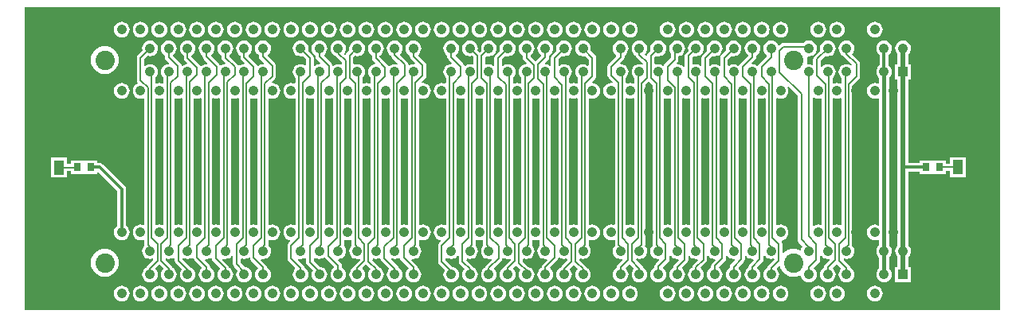
<source format=gbl>
%FSLAX25Y25*%
%MOIN*%
G70*
G01*
G75*
G04 Layer_Physical_Order=2*
G04 Layer_Color=16711680*
%ADD10C,0.00700*%
%ADD11C,0.01200*%
%ADD12C,0.01600*%
%ADD13C,0.25000*%
%ADD14C,0.04134*%
%ADD15C,0.08071*%
%ADD16R,0.04134X0.04134*%
%ADD17R,0.03150X0.03347*%
%ADD18R,0.04331X0.05906*%
%ADD19C,0.02000*%
%ADD20C,0.01200*%
G36*
X13000Y-20000D02*
X-395000D01*
Y107000D01*
X13000D01*
Y-20000D01*
D02*
G37*
%LPC*%
G36*
X-267657Y-9579D02*
X-268510Y-9691D01*
X-269305Y-10020D01*
X-269987Y-10544D01*
X-270511Y-11226D01*
X-270840Y-12021D01*
X-270953Y-12874D01*
X-270840Y-13727D01*
X-270511Y-14522D01*
X-269987Y-15204D01*
X-269305Y-15728D01*
X-268510Y-16057D01*
X-267657Y-16169D01*
X-266805Y-16057D01*
X-266010Y-15728D01*
X-265327Y-15204D01*
X-264804Y-14522D01*
X-264475Y-13727D01*
X-264362Y-12874D01*
X-264475Y-12021D01*
X-264804Y-11226D01*
X-265327Y-10544D01*
X-266010Y-10020D01*
X-266805Y-9691D01*
X-267657Y-9579D01*
D02*
G37*
G36*
X-259783D02*
X-260636Y-9691D01*
X-261431Y-10020D01*
X-262113Y-10544D01*
X-262637Y-11226D01*
X-262966Y-12021D01*
X-263078Y-12874D01*
X-262966Y-13727D01*
X-262637Y-14522D01*
X-262113Y-15204D01*
X-261431Y-15728D01*
X-260636Y-16057D01*
X-259783Y-16169D01*
X-258931Y-16057D01*
X-258136Y-15728D01*
X-257453Y-15204D01*
X-256930Y-14522D01*
X-256601Y-13727D01*
X-256488Y-12874D01*
X-256601Y-12021D01*
X-256930Y-11226D01*
X-257453Y-10544D01*
X-258136Y-10020D01*
X-258931Y-9691D01*
X-259783Y-9579D01*
D02*
G37*
G36*
X-275532D02*
X-276384Y-9691D01*
X-277179Y-10020D01*
X-277862Y-10544D01*
X-278385Y-11226D01*
X-278714Y-12021D01*
X-278827Y-12874D01*
X-278714Y-13727D01*
X-278385Y-14522D01*
X-277862Y-15204D01*
X-277179Y-15728D01*
X-276384Y-16057D01*
X-275532Y-16169D01*
X-274679Y-16057D01*
X-273884Y-15728D01*
X-273202Y-15204D01*
X-272678Y-14522D01*
X-272349Y-13727D01*
X-272236Y-12874D01*
X-272349Y-12021D01*
X-272678Y-11226D01*
X-273202Y-10544D01*
X-273884Y-10020D01*
X-274679Y-9691D01*
X-275532Y-9579D01*
D02*
G37*
G36*
X-354272Y75421D02*
X-355124Y75309D01*
X-355919Y74980D01*
X-356602Y74456D01*
X-357125Y73774D01*
X-357454Y72979D01*
X-357567Y72126D01*
X-357454Y71273D01*
X-357125Y70478D01*
X-356602Y69796D01*
X-355919Y69272D01*
X-355124Y68943D01*
X-354272Y68831D01*
X-353419Y68943D01*
X-352624Y69272D01*
X-351942Y69796D01*
X-351418Y70478D01*
X-351089Y71273D01*
X-350976Y72126D01*
X-351089Y72979D01*
X-351418Y73774D01*
X-351942Y74456D01*
X-352624Y74980D01*
X-353419Y75309D01*
X-354272Y75421D01*
D02*
G37*
G36*
X-27500Y93138D02*
X-28353Y93025D01*
X-29148Y92696D01*
X-29830Y92173D01*
X-30354Y91490D01*
X-30683Y90695D01*
X-30795Y89843D01*
X-30683Y88990D01*
X-30354Y88195D01*
X-29830Y87513D01*
X-29743Y87446D01*
Y83267D01*
X-30767D01*
Y76733D01*
X-29743D01*
Y40000D01*
Y7239D01*
X-29830Y7173D01*
X-30354Y6490D01*
X-30683Y5695D01*
X-30795Y4843D01*
X-30683Y3990D01*
X-30354Y3195D01*
X-29830Y2513D01*
X-29743Y2446D01*
Y-1733D01*
X-30767D01*
Y-8267D01*
X-24233D01*
Y-1733D01*
X-25257D01*
Y2446D01*
X-25170Y2513D01*
X-24646Y3195D01*
X-24317Y3990D01*
X-24205Y4843D01*
X-24317Y5695D01*
X-24646Y6490D01*
X-25170Y7173D01*
X-25257Y7239D01*
Y38165D01*
X-20531D01*
Y37127D01*
X-9469D01*
Y38420D01*
X-7814D01*
Y35914D01*
X-1084D01*
Y44220D01*
X-7814D01*
Y41580D01*
X-9469D01*
Y42873D01*
X-20531D01*
Y41835D01*
X-25257D01*
Y76733D01*
X-24233D01*
Y83267D01*
X-25257D01*
Y87446D01*
X-25170Y87513D01*
X-24646Y88195D01*
X-24317Y88990D01*
X-24205Y89843D01*
X-24317Y90695D01*
X-24646Y91490D01*
X-25170Y92173D01*
X-25852Y92696D01*
X-26647Y93025D01*
X-27500Y93138D01*
D02*
G37*
G36*
X-228287Y-9579D02*
X-229140Y-9691D01*
X-229935Y-10020D01*
X-230617Y-10544D01*
X-231141Y-11226D01*
X-231470Y-12021D01*
X-231582Y-12874D01*
X-231470Y-13727D01*
X-231141Y-14522D01*
X-230617Y-15204D01*
X-229935Y-15728D01*
X-229140Y-16057D01*
X-228287Y-16169D01*
X-227435Y-16057D01*
X-226640Y-15728D01*
X-225957Y-15204D01*
X-225434Y-14522D01*
X-225105Y-13727D01*
X-224992Y-12874D01*
X-225105Y-12021D01*
X-225434Y-11226D01*
X-225957Y-10544D01*
X-226640Y-10020D01*
X-227435Y-9691D01*
X-228287Y-9579D01*
D02*
G37*
G36*
X-220413D02*
X-221266Y-9691D01*
X-222061Y-10020D01*
X-222743Y-10544D01*
X-223267Y-11226D01*
X-223596Y-12021D01*
X-223709Y-12874D01*
X-223596Y-13727D01*
X-223267Y-14522D01*
X-222743Y-15204D01*
X-222061Y-15728D01*
X-221266Y-16057D01*
X-220413Y-16169D01*
X-219561Y-16057D01*
X-218766Y-15728D01*
X-218083Y-15204D01*
X-217560Y-14522D01*
X-217231Y-13727D01*
X-217118Y-12874D01*
X-217231Y-12021D01*
X-217560Y-11226D01*
X-218083Y-10544D01*
X-218766Y-10020D01*
X-219561Y-9691D01*
X-220413Y-9579D01*
D02*
G37*
G36*
X-236161D02*
X-237014Y-9691D01*
X-237809Y-10020D01*
X-238491Y-10544D01*
X-239015Y-11226D01*
X-239344Y-12021D01*
X-239457Y-12874D01*
X-239344Y-13727D01*
X-239015Y-14522D01*
X-238491Y-15204D01*
X-237809Y-15728D01*
X-237014Y-16057D01*
X-236161Y-16169D01*
X-235309Y-16057D01*
X-234514Y-15728D01*
X-233831Y-15204D01*
X-233308Y-14522D01*
X-232979Y-13727D01*
X-232866Y-12874D01*
X-232979Y-12021D01*
X-233308Y-11226D01*
X-233831Y-10544D01*
X-234514Y-10020D01*
X-235309Y-9691D01*
X-236161Y-9579D01*
D02*
G37*
G36*
X-251909D02*
X-252762Y-9691D01*
X-253557Y-10020D01*
X-254239Y-10544D01*
X-254763Y-11226D01*
X-255092Y-12021D01*
X-255205Y-12874D01*
X-255092Y-13727D01*
X-254763Y-14522D01*
X-254239Y-15204D01*
X-253557Y-15728D01*
X-252762Y-16057D01*
X-251909Y-16169D01*
X-251057Y-16057D01*
X-250262Y-15728D01*
X-249579Y-15204D01*
X-249056Y-14522D01*
X-248727Y-13727D01*
X-248614Y-12874D01*
X-248727Y-12021D01*
X-249056Y-11226D01*
X-249579Y-10544D01*
X-250262Y-10020D01*
X-251057Y-9691D01*
X-251909Y-9579D01*
D02*
G37*
G36*
X-244035D02*
X-244888Y-9691D01*
X-245683Y-10020D01*
X-246365Y-10544D01*
X-246889Y-11226D01*
X-247218Y-12021D01*
X-247330Y-12874D01*
X-247218Y-13727D01*
X-246889Y-14522D01*
X-246365Y-15204D01*
X-245683Y-15728D01*
X-244888Y-16057D01*
X-244035Y-16169D01*
X-243183Y-16057D01*
X-242388Y-15728D01*
X-241705Y-15204D01*
X-241182Y-14522D01*
X-240853Y-13727D01*
X-240740Y-12874D01*
X-240853Y-12021D01*
X-241182Y-11226D01*
X-241705Y-10544D01*
X-242388Y-10020D01*
X-243183Y-9691D01*
X-244035Y-9579D01*
D02*
G37*
G36*
X-330650D02*
X-331502Y-9691D01*
X-332297Y-10020D01*
X-332980Y-10544D01*
X-333503Y-11226D01*
X-333832Y-12021D01*
X-333945Y-12874D01*
X-333832Y-13727D01*
X-333503Y-14522D01*
X-332980Y-15204D01*
X-332297Y-15728D01*
X-331502Y-16057D01*
X-330650Y-16169D01*
X-329797Y-16057D01*
X-329002Y-15728D01*
X-328320Y-15204D01*
X-327796Y-14522D01*
X-327467Y-13727D01*
X-327355Y-12874D01*
X-327467Y-12021D01*
X-327796Y-11226D01*
X-328320Y-10544D01*
X-329002Y-10020D01*
X-329797Y-9691D01*
X-330650Y-9579D01*
D02*
G37*
G36*
X-322776D02*
X-323628Y-9691D01*
X-324423Y-10020D01*
X-325106Y-10544D01*
X-325629Y-11226D01*
X-325958Y-12021D01*
X-326071Y-12874D01*
X-325958Y-13727D01*
X-325629Y-14522D01*
X-325106Y-15204D01*
X-324423Y-15728D01*
X-323628Y-16057D01*
X-322776Y-16169D01*
X-321923Y-16057D01*
X-321128Y-15728D01*
X-320446Y-15204D01*
X-319922Y-14522D01*
X-319593Y-13727D01*
X-319480Y-12874D01*
X-319593Y-12021D01*
X-319922Y-11226D01*
X-320446Y-10544D01*
X-321128Y-10020D01*
X-321923Y-9691D01*
X-322776Y-9579D01*
D02*
G37*
G36*
X-338524D02*
X-339376Y-9691D01*
X-340171Y-10020D01*
X-340854Y-10544D01*
X-341377Y-11226D01*
X-341706Y-12021D01*
X-341819Y-12874D01*
X-341706Y-13727D01*
X-341377Y-14522D01*
X-340854Y-15204D01*
X-340171Y-15728D01*
X-339376Y-16057D01*
X-338524Y-16169D01*
X-337671Y-16057D01*
X-336876Y-15728D01*
X-336194Y-15204D01*
X-335670Y-14522D01*
X-335341Y-13727D01*
X-335228Y-12874D01*
X-335341Y-12021D01*
X-335670Y-11226D01*
X-336194Y-10544D01*
X-336876Y-10020D01*
X-337671Y-9691D01*
X-338524Y-9579D01*
D02*
G37*
G36*
X-354272D02*
X-355124Y-9691D01*
X-355919Y-10020D01*
X-356602Y-10544D01*
X-357125Y-11226D01*
X-357454Y-12021D01*
X-357567Y-12874D01*
X-357454Y-13727D01*
X-357125Y-14522D01*
X-356602Y-15204D01*
X-355919Y-15728D01*
X-355124Y-16057D01*
X-354272Y-16169D01*
X-353419Y-16057D01*
X-352624Y-15728D01*
X-351942Y-15204D01*
X-351418Y-14522D01*
X-351089Y-13727D01*
X-350976Y-12874D01*
X-351089Y-12021D01*
X-351418Y-11226D01*
X-351942Y-10544D01*
X-352624Y-10020D01*
X-353419Y-9691D01*
X-354272Y-9579D01*
D02*
G37*
G36*
X-346398D02*
X-347250Y-9691D01*
X-348045Y-10020D01*
X-348728Y-10544D01*
X-349251Y-11226D01*
X-349580Y-12021D01*
X-349693Y-12874D01*
X-349580Y-13727D01*
X-349251Y-14522D01*
X-348728Y-15204D01*
X-348045Y-15728D01*
X-347250Y-16057D01*
X-346398Y-16169D01*
X-345545Y-16057D01*
X-344750Y-15728D01*
X-344068Y-15204D01*
X-343544Y-14522D01*
X-343215Y-13727D01*
X-343103Y-12874D01*
X-343215Y-12021D01*
X-343544Y-11226D01*
X-344068Y-10544D01*
X-344750Y-10020D01*
X-345545Y-9691D01*
X-346398Y-9579D01*
D02*
G37*
G36*
X-291280D02*
X-292132Y-9691D01*
X-292927Y-10020D01*
X-293610Y-10544D01*
X-294133Y-11226D01*
X-294462Y-12021D01*
X-294575Y-12874D01*
X-294462Y-13727D01*
X-294133Y-14522D01*
X-293610Y-15204D01*
X-292927Y-15728D01*
X-292132Y-16057D01*
X-291280Y-16169D01*
X-290427Y-16057D01*
X-289632Y-15728D01*
X-288950Y-15204D01*
X-288426Y-14522D01*
X-288097Y-13727D01*
X-287984Y-12874D01*
X-288097Y-12021D01*
X-288426Y-11226D01*
X-288950Y-10544D01*
X-289632Y-10020D01*
X-290427Y-9691D01*
X-291280Y-9579D01*
D02*
G37*
G36*
X-283406D02*
X-284258Y-9691D01*
X-285053Y-10020D01*
X-285736Y-10544D01*
X-286259Y-11226D01*
X-286588Y-12021D01*
X-286701Y-12874D01*
X-286588Y-13727D01*
X-286259Y-14522D01*
X-285736Y-15204D01*
X-285053Y-15728D01*
X-284258Y-16057D01*
X-283406Y-16169D01*
X-282553Y-16057D01*
X-281758Y-15728D01*
X-281076Y-15204D01*
X-280552Y-14522D01*
X-280223Y-13727D01*
X-280111Y-12874D01*
X-280223Y-12021D01*
X-280552Y-11226D01*
X-281076Y-10544D01*
X-281758Y-10020D01*
X-282553Y-9691D01*
X-283406Y-9579D01*
D02*
G37*
G36*
X-299154D02*
X-300006Y-9691D01*
X-300801Y-10020D01*
X-301484Y-10544D01*
X-302007Y-11226D01*
X-302336Y-12021D01*
X-302449Y-12874D01*
X-302336Y-13727D01*
X-302007Y-14522D01*
X-301484Y-15204D01*
X-300801Y-15728D01*
X-300006Y-16057D01*
X-299154Y-16169D01*
X-298301Y-16057D01*
X-297506Y-15728D01*
X-296824Y-15204D01*
X-296300Y-14522D01*
X-295971Y-13727D01*
X-295859Y-12874D01*
X-295971Y-12021D01*
X-296300Y-11226D01*
X-296824Y-10544D01*
X-297506Y-10020D01*
X-298301Y-9691D01*
X-299154Y-9579D01*
D02*
G37*
G36*
X-314902D02*
X-315754Y-9691D01*
X-316549Y-10020D01*
X-317232Y-10544D01*
X-317755Y-11226D01*
X-318084Y-12021D01*
X-318197Y-12874D01*
X-318084Y-13727D01*
X-317755Y-14522D01*
X-317232Y-15204D01*
X-316549Y-15728D01*
X-315754Y-16057D01*
X-314902Y-16169D01*
X-314049Y-16057D01*
X-313254Y-15728D01*
X-312572Y-15204D01*
X-312048Y-14522D01*
X-311719Y-13727D01*
X-311607Y-12874D01*
X-311719Y-12021D01*
X-312048Y-11226D01*
X-312572Y-10544D01*
X-313254Y-10020D01*
X-314049Y-9691D01*
X-314902Y-9579D01*
D02*
G37*
G36*
X-307028D02*
X-307880Y-9691D01*
X-308675Y-10020D01*
X-309358Y-10544D01*
X-309881Y-11226D01*
X-310210Y-12021D01*
X-310323Y-12874D01*
X-310210Y-13727D01*
X-309881Y-14522D01*
X-309358Y-15204D01*
X-308675Y-15728D01*
X-307880Y-16057D01*
X-307028Y-16169D01*
X-306175Y-16057D01*
X-305380Y-15728D01*
X-304698Y-15204D01*
X-304174Y-14522D01*
X-303845Y-13727D01*
X-303732Y-12874D01*
X-303845Y-12021D01*
X-304174Y-11226D01*
X-304698Y-10544D01*
X-305380Y-10020D01*
X-306175Y-9691D01*
X-307028Y-9579D01*
D02*
G37*
G36*
X-212539D02*
X-213392Y-9691D01*
X-214187Y-10020D01*
X-214869Y-10544D01*
X-215393Y-11226D01*
X-215722Y-12021D01*
X-215834Y-12874D01*
X-215722Y-13727D01*
X-215393Y-14522D01*
X-214869Y-15204D01*
X-214187Y-15728D01*
X-213392Y-16057D01*
X-212539Y-16169D01*
X-211687Y-16057D01*
X-210892Y-15728D01*
X-210209Y-15204D01*
X-209686Y-14522D01*
X-209357Y-13727D01*
X-209244Y-12874D01*
X-209357Y-12021D01*
X-209686Y-11226D01*
X-210209Y-10544D01*
X-210892Y-10020D01*
X-211687Y-9691D01*
X-212539Y-9579D01*
D02*
G37*
G36*
X-78681D02*
X-79534Y-9691D01*
X-80329Y-10020D01*
X-81011Y-10544D01*
X-81535Y-11226D01*
X-81864Y-12021D01*
X-81976Y-12874D01*
X-81864Y-13727D01*
X-81535Y-14522D01*
X-81011Y-15204D01*
X-80329Y-15728D01*
X-79534Y-16057D01*
X-78681Y-16169D01*
X-77828Y-16057D01*
X-77034Y-15728D01*
X-76351Y-15204D01*
X-75827Y-14522D01*
X-75498Y-13727D01*
X-75386Y-12874D01*
X-75498Y-12021D01*
X-75827Y-11226D01*
X-76351Y-10544D01*
X-77034Y-10020D01*
X-77828Y-9691D01*
X-78681Y-9579D01*
D02*
G37*
G36*
X-86555D02*
X-87408Y-9691D01*
X-88203Y-10020D01*
X-88885Y-10544D01*
X-89409Y-11226D01*
X-89738Y-12021D01*
X-89850Y-12874D01*
X-89738Y-13727D01*
X-89409Y-14522D01*
X-88885Y-15204D01*
X-88203Y-15728D01*
X-87408Y-16057D01*
X-86555Y-16169D01*
X-85702Y-16057D01*
X-84908Y-15728D01*
X-84225Y-15204D01*
X-83701Y-14522D01*
X-83372Y-13727D01*
X-83260Y-12874D01*
X-83372Y-12021D01*
X-83701Y-11226D01*
X-84225Y-10544D01*
X-84908Y-10020D01*
X-85702Y-9691D01*
X-86555Y-9579D01*
D02*
G37*
G36*
X-62933D02*
X-63786Y-9691D01*
X-64581Y-10020D01*
X-65263Y-10544D01*
X-65787Y-11226D01*
X-66116Y-12021D01*
X-66228Y-12874D01*
X-66116Y-13727D01*
X-65787Y-14522D01*
X-65263Y-15204D01*
X-64581Y-15728D01*
X-63786Y-16057D01*
X-62933Y-16169D01*
X-62080Y-16057D01*
X-61285Y-15728D01*
X-60603Y-15204D01*
X-60079Y-14522D01*
X-59750Y-13727D01*
X-59638Y-12874D01*
X-59750Y-12021D01*
X-60079Y-11226D01*
X-60603Y-10544D01*
X-61285Y-10020D01*
X-62080Y-9691D01*
X-62933Y-9579D01*
D02*
G37*
G36*
X-39311D02*
X-40164Y-9691D01*
X-40959Y-10020D01*
X-41641Y-10544D01*
X-42165Y-11226D01*
X-42494Y-12021D01*
X-42606Y-12874D01*
X-42494Y-13727D01*
X-42165Y-14522D01*
X-41641Y-15204D01*
X-40959Y-15728D01*
X-40164Y-16057D01*
X-39311Y-16169D01*
X-38458Y-16057D01*
X-37663Y-15728D01*
X-36981Y-15204D01*
X-36457Y-14522D01*
X-36128Y-13727D01*
X-36016Y-12874D01*
X-36128Y-12021D01*
X-36457Y-11226D01*
X-36981Y-10544D01*
X-37663Y-10020D01*
X-38458Y-9691D01*
X-39311Y-9579D01*
D02*
G37*
G36*
X-55059D02*
X-55912Y-9691D01*
X-56707Y-10020D01*
X-57389Y-10544D01*
X-57913Y-11226D01*
X-58242Y-12021D01*
X-58354Y-12874D01*
X-58242Y-13727D01*
X-57913Y-14522D01*
X-57389Y-15204D01*
X-56707Y-15728D01*
X-55912Y-16057D01*
X-55059Y-16169D01*
X-54206Y-16057D01*
X-53411Y-15728D01*
X-52729Y-15204D01*
X-52205Y-14522D01*
X-51876Y-13727D01*
X-51764Y-12874D01*
X-51876Y-12021D01*
X-52205Y-11226D01*
X-52729Y-10544D01*
X-53411Y-10020D01*
X-54206Y-9691D01*
X-55059Y-9579D01*
D02*
G37*
G36*
X-118051D02*
X-118904Y-9691D01*
X-119699Y-10020D01*
X-120381Y-10544D01*
X-120905Y-11226D01*
X-121234Y-12021D01*
X-121346Y-12874D01*
X-121234Y-13727D01*
X-120905Y-14522D01*
X-120381Y-15204D01*
X-119699Y-15728D01*
X-118904Y-16057D01*
X-118051Y-16169D01*
X-117198Y-16057D01*
X-116404Y-15728D01*
X-115721Y-15204D01*
X-115198Y-14522D01*
X-114868Y-13727D01*
X-114756Y-12874D01*
X-114868Y-12021D01*
X-115198Y-11226D01*
X-115721Y-10544D01*
X-116404Y-10020D01*
X-117198Y-9691D01*
X-118051Y-9579D01*
D02*
G37*
G36*
X-125925D02*
X-126778Y-9691D01*
X-127573Y-10020D01*
X-128255Y-10544D01*
X-128779Y-11226D01*
X-129108Y-12021D01*
X-129220Y-12874D01*
X-129108Y-13727D01*
X-128779Y-14522D01*
X-128255Y-15204D01*
X-127573Y-15728D01*
X-126778Y-16057D01*
X-125925Y-16169D01*
X-125072Y-16057D01*
X-124278Y-15728D01*
X-123595Y-15204D01*
X-123072Y-14522D01*
X-122742Y-13727D01*
X-122630Y-12874D01*
X-122742Y-12021D01*
X-123072Y-11226D01*
X-123595Y-10544D01*
X-124278Y-10020D01*
X-125072Y-9691D01*
X-125925Y-9579D01*
D02*
G37*
G36*
X-110177D02*
X-111030Y-9691D01*
X-111825Y-10020D01*
X-112507Y-10544D01*
X-113031Y-11226D01*
X-113360Y-12021D01*
X-113472Y-12874D01*
X-113360Y-13727D01*
X-113031Y-14522D01*
X-112507Y-15204D01*
X-111825Y-15728D01*
X-111030Y-16057D01*
X-110177Y-16169D01*
X-109324Y-16057D01*
X-108530Y-15728D01*
X-107847Y-15204D01*
X-107324Y-14522D01*
X-106994Y-13727D01*
X-106882Y-12874D01*
X-106994Y-12021D01*
X-107324Y-11226D01*
X-107847Y-10544D01*
X-108530Y-10020D01*
X-109324Y-9691D01*
X-110177Y-9579D01*
D02*
G37*
G36*
X-94429D02*
X-95282Y-9691D01*
X-96077Y-10020D01*
X-96759Y-10544D01*
X-97283Y-11226D01*
X-97612Y-12021D01*
X-97724Y-12874D01*
X-97612Y-13727D01*
X-97283Y-14522D01*
X-96759Y-15204D01*
X-96077Y-15728D01*
X-95282Y-16057D01*
X-94429Y-16169D01*
X-93576Y-16057D01*
X-92782Y-15728D01*
X-92099Y-15204D01*
X-91575Y-14522D01*
X-91246Y-13727D01*
X-91134Y-12874D01*
X-91246Y-12021D01*
X-91575Y-11226D01*
X-92099Y-10544D01*
X-92782Y-10020D01*
X-93576Y-9691D01*
X-94429Y-9579D01*
D02*
G37*
G36*
X-102303D02*
X-103156Y-9691D01*
X-103951Y-10020D01*
X-104633Y-10544D01*
X-105157Y-11226D01*
X-105486Y-12021D01*
X-105598Y-12874D01*
X-105486Y-13727D01*
X-105157Y-14522D01*
X-104633Y-15204D01*
X-103951Y-15728D01*
X-103156Y-16057D01*
X-102303Y-16169D01*
X-101450Y-16057D01*
X-100656Y-15728D01*
X-99973Y-15204D01*
X-99449Y-14522D01*
X-99120Y-13727D01*
X-99008Y-12874D01*
X-99120Y-12021D01*
X-99449Y-11226D01*
X-99973Y-10544D01*
X-100656Y-10020D01*
X-101450Y-9691D01*
X-102303Y-9579D01*
D02*
G37*
G36*
X-361358Y5775D02*
X-362500Y5663D01*
X-363598Y5330D01*
X-364611Y4789D01*
X-365498Y4061D01*
X-366226Y3174D01*
X-366767Y2162D01*
X-367100Y1063D01*
X-367212Y-79D01*
X-367100Y-1221D01*
X-366767Y-2319D01*
X-366226Y-3331D01*
X-365498Y-4218D01*
X-364611Y-4946D01*
X-363598Y-5487D01*
X-362500Y-5821D01*
X-361358Y-5933D01*
X-360216Y-5821D01*
X-359118Y-5487D01*
X-358106Y-4946D01*
X-357219Y-4218D01*
X-356491Y-3331D01*
X-355950Y-2319D01*
X-355616Y-1221D01*
X-355504Y-79D01*
X-355616Y1063D01*
X-355950Y2162D01*
X-356491Y3174D01*
X-357219Y4061D01*
X-358106Y4789D01*
X-359118Y5330D01*
X-360216Y5663D01*
X-361358Y5775D01*
D02*
G37*
G36*
X-181043Y-9579D02*
X-181896Y-9691D01*
X-182691Y-10020D01*
X-183373Y-10544D01*
X-183897Y-11226D01*
X-184226Y-12021D01*
X-184338Y-12874D01*
X-184226Y-13727D01*
X-183897Y-14522D01*
X-183373Y-15204D01*
X-182691Y-15728D01*
X-181896Y-16057D01*
X-181043Y-16169D01*
X-180191Y-16057D01*
X-179396Y-15728D01*
X-178713Y-15204D01*
X-178190Y-14522D01*
X-177861Y-13727D01*
X-177748Y-12874D01*
X-177861Y-12021D01*
X-178190Y-11226D01*
X-178713Y-10544D01*
X-179396Y-10020D01*
X-180191Y-9691D01*
X-181043Y-9579D01*
D02*
G37*
G36*
X-173169D02*
X-174022Y-9691D01*
X-174817Y-10020D01*
X-175499Y-10544D01*
X-176023Y-11226D01*
X-176352Y-12021D01*
X-176464Y-12874D01*
X-176352Y-13727D01*
X-176023Y-14522D01*
X-175499Y-15204D01*
X-174817Y-15728D01*
X-174022Y-16057D01*
X-173169Y-16169D01*
X-172317Y-16057D01*
X-171522Y-15728D01*
X-170839Y-15204D01*
X-170316Y-14522D01*
X-169987Y-13727D01*
X-169874Y-12874D01*
X-169987Y-12021D01*
X-170316Y-11226D01*
X-170839Y-10544D01*
X-171522Y-10020D01*
X-172317Y-9691D01*
X-173169Y-9579D01*
D02*
G37*
G36*
X-188917D02*
X-189770Y-9691D01*
X-190565Y-10020D01*
X-191247Y-10544D01*
X-191771Y-11226D01*
X-192100Y-12021D01*
X-192212Y-12874D01*
X-192100Y-13727D01*
X-191771Y-14522D01*
X-191247Y-15204D01*
X-190565Y-15728D01*
X-189770Y-16057D01*
X-188917Y-16169D01*
X-188065Y-16057D01*
X-187270Y-15728D01*
X-186587Y-15204D01*
X-186064Y-14522D01*
X-185735Y-13727D01*
X-185622Y-12874D01*
X-185735Y-12021D01*
X-186064Y-11226D01*
X-186587Y-10544D01*
X-187270Y-10020D01*
X-188065Y-9691D01*
X-188917Y-9579D01*
D02*
G37*
G36*
X-204665D02*
X-205518Y-9691D01*
X-206313Y-10020D01*
X-206995Y-10544D01*
X-207519Y-11226D01*
X-207848Y-12021D01*
X-207961Y-12874D01*
X-207848Y-13727D01*
X-207519Y-14522D01*
X-206995Y-15204D01*
X-206313Y-15728D01*
X-205518Y-16057D01*
X-204665Y-16169D01*
X-203813Y-16057D01*
X-203018Y-15728D01*
X-202335Y-15204D01*
X-201812Y-14522D01*
X-201483Y-13727D01*
X-201370Y-12874D01*
X-201483Y-12021D01*
X-201812Y-11226D01*
X-202335Y-10544D01*
X-203018Y-10020D01*
X-203813Y-9691D01*
X-204665Y-9579D01*
D02*
G37*
G36*
X-196791D02*
X-197644Y-9691D01*
X-198439Y-10020D01*
X-199121Y-10544D01*
X-199645Y-11226D01*
X-199974Y-12021D01*
X-200086Y-12874D01*
X-199974Y-13727D01*
X-199645Y-14522D01*
X-199121Y-15204D01*
X-198439Y-15728D01*
X-197644Y-16057D01*
X-196791Y-16169D01*
X-195939Y-16057D01*
X-195144Y-15728D01*
X-194461Y-15204D01*
X-193938Y-14522D01*
X-193609Y-13727D01*
X-193496Y-12874D01*
X-193609Y-12021D01*
X-193938Y-11226D01*
X-194461Y-10544D01*
X-195144Y-10020D01*
X-195939Y-9691D01*
X-196791Y-9579D01*
D02*
G37*
G36*
X-141673D02*
X-142526Y-9691D01*
X-143321Y-10020D01*
X-144003Y-10544D01*
X-144527Y-11226D01*
X-144856Y-12021D01*
X-144968Y-12874D01*
X-144856Y-13727D01*
X-144527Y-14522D01*
X-144003Y-15204D01*
X-143321Y-15728D01*
X-142526Y-16057D01*
X-141673Y-16169D01*
X-140820Y-16057D01*
X-140026Y-15728D01*
X-139343Y-15204D01*
X-138820Y-14522D01*
X-138490Y-13727D01*
X-138378Y-12874D01*
X-138490Y-12021D01*
X-138820Y-11226D01*
X-139343Y-10544D01*
X-140026Y-10020D01*
X-140820Y-9691D01*
X-141673Y-9579D01*
D02*
G37*
G36*
X-377186Y44086D02*
X-383916D01*
Y35780D01*
X-377186D01*
Y38353D01*
X-375531D01*
Y37127D01*
X-364469D01*
Y37721D01*
X-364007Y37912D01*
X-356107Y30011D01*
Y15426D01*
X-356602Y15047D01*
X-357125Y14364D01*
X-357454Y13569D01*
X-357567Y12717D01*
X-357454Y11864D01*
X-357125Y11069D01*
X-356602Y10387D01*
X-355919Y9863D01*
X-355124Y9534D01*
X-354272Y9421D01*
X-353419Y9534D01*
X-352624Y9863D01*
X-351942Y10387D01*
X-351418Y11069D01*
X-351089Y11864D01*
X-350976Y12717D01*
X-351089Y13569D01*
X-351418Y14364D01*
X-351942Y15047D01*
X-352436Y15426D01*
Y30772D01*
X-352553Y31357D01*
X-352576Y31474D01*
X-352974Y32069D01*
X-362202Y41298D01*
X-362798Y41696D01*
X-362914Y41719D01*
X-363500Y41835D01*
X-364469D01*
Y42873D01*
X-375531D01*
Y41513D01*
X-377186D01*
Y44086D01*
D02*
G37*
G36*
X-149547Y-9579D02*
X-150400Y-9691D01*
X-151195Y-10020D01*
X-151877Y-10544D01*
X-152401Y-11226D01*
X-152730Y-12021D01*
X-152842Y-12874D01*
X-152730Y-13727D01*
X-152401Y-14522D01*
X-151877Y-15204D01*
X-151195Y-15728D01*
X-150400Y-16057D01*
X-149547Y-16169D01*
X-148694Y-16057D01*
X-147900Y-15728D01*
X-147217Y-15204D01*
X-146694Y-14522D01*
X-146364Y-13727D01*
X-146252Y-12874D01*
X-146364Y-12021D01*
X-146694Y-11226D01*
X-147217Y-10544D01*
X-147900Y-10020D01*
X-148694Y-9691D01*
X-149547Y-9579D01*
D02*
G37*
G36*
X-165295D02*
X-166148Y-9691D01*
X-166943Y-10020D01*
X-167625Y-10544D01*
X-168149Y-11226D01*
X-168478Y-12021D01*
X-168590Y-12874D01*
X-168478Y-13727D01*
X-168149Y-14522D01*
X-167625Y-15204D01*
X-166943Y-15728D01*
X-166148Y-16057D01*
X-165295Y-16169D01*
X-164442Y-16057D01*
X-163648Y-15728D01*
X-162965Y-15204D01*
X-162442Y-14522D01*
X-162112Y-13727D01*
X-162000Y-12874D01*
X-162112Y-12021D01*
X-162442Y-11226D01*
X-162965Y-10544D01*
X-163648Y-10020D01*
X-164442Y-9691D01*
X-165295Y-9579D01*
D02*
G37*
G36*
X-157421D02*
X-158274Y-9691D01*
X-159069Y-10020D01*
X-159751Y-10544D01*
X-160275Y-11226D01*
X-160604Y-12021D01*
X-160716Y-12874D01*
X-160604Y-13727D01*
X-160275Y-14522D01*
X-159751Y-15204D01*
X-159069Y-15728D01*
X-158274Y-16057D01*
X-157421Y-16169D01*
X-156568Y-16057D01*
X-155774Y-15728D01*
X-155091Y-15204D01*
X-154568Y-14522D01*
X-154238Y-13727D01*
X-154126Y-12874D01*
X-154238Y-12021D01*
X-154568Y-11226D01*
X-155091Y-10544D01*
X-155774Y-10020D01*
X-156568Y-9691D01*
X-157421Y-9579D01*
D02*
G37*
G36*
X-35374Y93138D02*
X-36227Y93025D01*
X-37022Y92696D01*
X-37704Y92173D01*
X-38228Y91490D01*
X-38557Y90695D01*
X-38669Y89843D01*
X-38557Y88990D01*
X-38228Y88195D01*
X-37704Y87513D01*
X-37209Y87133D01*
Y82710D01*
X-37704Y82330D01*
X-38228Y81648D01*
X-38557Y80853D01*
X-38669Y80000D01*
X-38557Y79147D01*
X-38228Y78352D01*
X-37704Y77670D01*
X-37413Y77447D01*
Y75326D01*
X-37829Y75048D01*
X-38458Y75309D01*
X-39311Y75421D01*
X-40164Y75309D01*
X-40959Y74980D01*
X-41641Y74456D01*
X-42165Y73774D01*
X-42494Y72979D01*
X-42606Y72126D01*
X-42494Y71273D01*
X-42165Y70478D01*
X-41641Y69796D01*
X-40959Y69272D01*
X-40164Y68943D01*
X-39311Y68831D01*
X-38458Y68943D01*
X-37829Y69204D01*
X-37413Y68926D01*
Y15917D01*
X-37829Y15639D01*
X-38458Y15899D01*
X-39311Y16012D01*
X-40164Y15899D01*
X-40959Y15570D01*
X-41641Y15047D01*
X-42165Y14364D01*
X-42494Y13569D01*
X-42606Y12717D01*
X-42494Y11864D01*
X-42165Y11069D01*
X-41641Y10387D01*
X-40959Y9863D01*
X-40164Y9534D01*
X-39311Y9421D01*
X-38458Y9534D01*
X-37829Y9794D01*
X-37413Y9517D01*
Y7396D01*
X-37704Y7173D01*
X-38228Y6490D01*
X-38557Y5695D01*
X-38669Y4843D01*
X-38557Y3990D01*
X-38228Y3195D01*
X-37704Y2513D01*
X-37413Y2289D01*
Y-2447D01*
X-37704Y-2670D01*
X-38228Y-3352D01*
X-38557Y-4147D01*
X-38669Y-5000D01*
X-38557Y-5853D01*
X-38228Y-6648D01*
X-37704Y-7330D01*
X-37022Y-7854D01*
X-36227Y-8183D01*
X-35374Y-8295D01*
X-34521Y-8183D01*
X-33726Y-7854D01*
X-33044Y-7330D01*
X-32520Y-6648D01*
X-32191Y-5853D01*
X-32079Y-5000D01*
X-32191Y-4147D01*
X-32520Y-3352D01*
X-33044Y-2670D01*
X-33335Y-2447D01*
Y2289D01*
X-33044Y2513D01*
X-32520Y3195D01*
X-32191Y3990D01*
X-32079Y4843D01*
X-32191Y5695D01*
X-32520Y6490D01*
X-33044Y7173D01*
X-33335Y7396D01*
Y77447D01*
X-33044Y77670D01*
X-32520Y78352D01*
X-32191Y79147D01*
X-32079Y80000D01*
X-32191Y80853D01*
X-32520Y81648D01*
X-33044Y82330D01*
X-33539Y82710D01*
Y87133D01*
X-33044Y87513D01*
X-32520Y88195D01*
X-32191Y88990D01*
X-32079Y89843D01*
X-32191Y90695D01*
X-32520Y91490D01*
X-33044Y92173D01*
X-33726Y92696D01*
X-34521Y93025D01*
X-35374Y93138D01*
D02*
G37*
G36*
X-173169Y101012D02*
X-174022Y100899D01*
X-174817Y100570D01*
X-175499Y100047D01*
X-176023Y99364D01*
X-176352Y98569D01*
X-176464Y97717D01*
X-176352Y96864D01*
X-176023Y96069D01*
X-175499Y95387D01*
X-174817Y94863D01*
X-174022Y94534D01*
X-173169Y94421D01*
X-172317Y94534D01*
X-171522Y94863D01*
X-170839Y95387D01*
X-170316Y96069D01*
X-169987Y96864D01*
X-169874Y97717D01*
X-169987Y98569D01*
X-170316Y99364D01*
X-170839Y100047D01*
X-171522Y100570D01*
X-172317Y100899D01*
X-173169Y101012D01*
D02*
G37*
G36*
X-181043D02*
X-181896Y100899D01*
X-182691Y100570D01*
X-183373Y100047D01*
X-183897Y99364D01*
X-184226Y98569D01*
X-184338Y97717D01*
X-184226Y96864D01*
X-183897Y96069D01*
X-183373Y95387D01*
X-182691Y94863D01*
X-181896Y94534D01*
X-181043Y94421D01*
X-180191Y94534D01*
X-179396Y94863D01*
X-178713Y95387D01*
X-178190Y96069D01*
X-177861Y96864D01*
X-177748Y97717D01*
X-177861Y98569D01*
X-178190Y99364D01*
X-178713Y100047D01*
X-179396Y100570D01*
X-180191Y100899D01*
X-181043Y101012D01*
D02*
G37*
G36*
X-165295D02*
X-166148Y100899D01*
X-166943Y100570D01*
X-167625Y100047D01*
X-168149Y99364D01*
X-168478Y98569D01*
X-168590Y97717D01*
X-168478Y96864D01*
X-168149Y96069D01*
X-167625Y95387D01*
X-166943Y94863D01*
X-166148Y94534D01*
X-165295Y94421D01*
X-164442Y94534D01*
X-163648Y94863D01*
X-162965Y95387D01*
X-162442Y96069D01*
X-162112Y96864D01*
X-162000Y97717D01*
X-162112Y98569D01*
X-162442Y99364D01*
X-162965Y100047D01*
X-163648Y100570D01*
X-164442Y100899D01*
X-165295Y101012D01*
D02*
G37*
G36*
X-149547D02*
X-150400Y100899D01*
X-151195Y100570D01*
X-151877Y100047D01*
X-152401Y99364D01*
X-152730Y98569D01*
X-152842Y97717D01*
X-152730Y96864D01*
X-152401Y96069D01*
X-151877Y95387D01*
X-151195Y94863D01*
X-150400Y94534D01*
X-149547Y94421D01*
X-148694Y94534D01*
X-147900Y94863D01*
X-147217Y95387D01*
X-146694Y96069D01*
X-146364Y96864D01*
X-146252Y97717D01*
X-146364Y98569D01*
X-146694Y99364D01*
X-147217Y100047D01*
X-147900Y100570D01*
X-148694Y100899D01*
X-149547Y101012D01*
D02*
G37*
G36*
X-157421D02*
X-158274Y100899D01*
X-159069Y100570D01*
X-159751Y100047D01*
X-160275Y99364D01*
X-160604Y98569D01*
X-160716Y97717D01*
X-160604Y96864D01*
X-160275Y96069D01*
X-159751Y95387D01*
X-159069Y94863D01*
X-158274Y94534D01*
X-157421Y94421D01*
X-156568Y94534D01*
X-155774Y94863D01*
X-155091Y95387D01*
X-154568Y96069D01*
X-154238Y96864D01*
X-154126Y97717D01*
X-154238Y98569D01*
X-154568Y99364D01*
X-155091Y100047D01*
X-155774Y100570D01*
X-156568Y100899D01*
X-157421Y101012D01*
D02*
G37*
G36*
X-212539D02*
X-213392Y100899D01*
X-214187Y100570D01*
X-214869Y100047D01*
X-215393Y99364D01*
X-215722Y98569D01*
X-215834Y97717D01*
X-215722Y96864D01*
X-215393Y96069D01*
X-214869Y95387D01*
X-214187Y94863D01*
X-213392Y94534D01*
X-212539Y94421D01*
X-211687Y94534D01*
X-210892Y94863D01*
X-210209Y95387D01*
X-209686Y96069D01*
X-209357Y96864D01*
X-209244Y97717D01*
X-209357Y98569D01*
X-209686Y99364D01*
X-210209Y100047D01*
X-210892Y100570D01*
X-211687Y100899D01*
X-212539Y101012D01*
D02*
G37*
G36*
X-220413D02*
X-221266Y100899D01*
X-222061Y100570D01*
X-222743Y100047D01*
X-223267Y99364D01*
X-223596Y98569D01*
X-223709Y97717D01*
X-223596Y96864D01*
X-223267Y96069D01*
X-222743Y95387D01*
X-222061Y94863D01*
X-221266Y94534D01*
X-220413Y94421D01*
X-219561Y94534D01*
X-218766Y94863D01*
X-218083Y95387D01*
X-217560Y96069D01*
X-217231Y96864D01*
X-217118Y97717D01*
X-217231Y98569D01*
X-217560Y99364D01*
X-218083Y100047D01*
X-218766Y100570D01*
X-219561Y100899D01*
X-220413Y101012D01*
D02*
G37*
G36*
X-204665D02*
X-205518Y100899D01*
X-206313Y100570D01*
X-206995Y100047D01*
X-207519Y99364D01*
X-207848Y98569D01*
X-207961Y97717D01*
X-207848Y96864D01*
X-207519Y96069D01*
X-206995Y95387D01*
X-206313Y94863D01*
X-205518Y94534D01*
X-204665Y94421D01*
X-203813Y94534D01*
X-203018Y94863D01*
X-202335Y95387D01*
X-201812Y96069D01*
X-201483Y96864D01*
X-201370Y97717D01*
X-201483Y98569D01*
X-201812Y99364D01*
X-202335Y100047D01*
X-203018Y100570D01*
X-203813Y100899D01*
X-204665Y101012D01*
D02*
G37*
G36*
X-188917D02*
X-189770Y100899D01*
X-190565Y100570D01*
X-191247Y100047D01*
X-191771Y99364D01*
X-192100Y98569D01*
X-192212Y97717D01*
X-192100Y96864D01*
X-191771Y96069D01*
X-191247Y95387D01*
X-190565Y94863D01*
X-189770Y94534D01*
X-188917Y94421D01*
X-188065Y94534D01*
X-187270Y94863D01*
X-186587Y95387D01*
X-186064Y96069D01*
X-185735Y96864D01*
X-185622Y97717D01*
X-185735Y98569D01*
X-186064Y99364D01*
X-186587Y100047D01*
X-187270Y100570D01*
X-188065Y100899D01*
X-188917Y101012D01*
D02*
G37*
G36*
X-196791D02*
X-197644Y100899D01*
X-198439Y100570D01*
X-199121Y100047D01*
X-199645Y99364D01*
X-199974Y98569D01*
X-200086Y97717D01*
X-199974Y96864D01*
X-199645Y96069D01*
X-199121Y95387D01*
X-198439Y94863D01*
X-197644Y94534D01*
X-196791Y94421D01*
X-195939Y94534D01*
X-195144Y94863D01*
X-194461Y95387D01*
X-193938Y96069D01*
X-193609Y96864D01*
X-193496Y97717D01*
X-193609Y98569D01*
X-193938Y99364D01*
X-194461Y100047D01*
X-195144Y100570D01*
X-195939Y100899D01*
X-196791Y101012D01*
D02*
G37*
G36*
X-141673D02*
X-142526Y100899D01*
X-143321Y100570D01*
X-144003Y100047D01*
X-144527Y99364D01*
X-144856Y98569D01*
X-144968Y97717D01*
X-144856Y96864D01*
X-144527Y96069D01*
X-144003Y95387D01*
X-143321Y94863D01*
X-142526Y94534D01*
X-141673Y94421D01*
X-140820Y94534D01*
X-140026Y94863D01*
X-139343Y95387D01*
X-138820Y96069D01*
X-138490Y96864D01*
X-138378Y97717D01*
X-138490Y98569D01*
X-138820Y99364D01*
X-139343Y100047D01*
X-140026Y100570D01*
X-140820Y100899D01*
X-141673Y101012D01*
D02*
G37*
G36*
X-78681D02*
X-79534Y100899D01*
X-80329Y100570D01*
X-81011Y100047D01*
X-81535Y99364D01*
X-81864Y98569D01*
X-81976Y97717D01*
X-81864Y96864D01*
X-81535Y96069D01*
X-81011Y95387D01*
X-80329Y94863D01*
X-79534Y94534D01*
X-78681Y94421D01*
X-77828Y94534D01*
X-77034Y94863D01*
X-76351Y95387D01*
X-75827Y96069D01*
X-75498Y96864D01*
X-75386Y97717D01*
X-75498Y98569D01*
X-75827Y99364D01*
X-76351Y100047D01*
X-77034Y100570D01*
X-77828Y100899D01*
X-78681Y101012D01*
D02*
G37*
G36*
X-86555D02*
X-87408Y100899D01*
X-88203Y100570D01*
X-88885Y100047D01*
X-89409Y99364D01*
X-89738Y98569D01*
X-89850Y97717D01*
X-89738Y96864D01*
X-89409Y96069D01*
X-88885Y95387D01*
X-88203Y94863D01*
X-87408Y94534D01*
X-86555Y94421D01*
X-85702Y94534D01*
X-84908Y94863D01*
X-84225Y95387D01*
X-83701Y96069D01*
X-83372Y96864D01*
X-83260Y97717D01*
X-83372Y98569D01*
X-83701Y99364D01*
X-84225Y100047D01*
X-84908Y100570D01*
X-85702Y100899D01*
X-86555Y101012D01*
D02*
G37*
G36*
X-62933D02*
X-63786Y100899D01*
X-64581Y100570D01*
X-65263Y100047D01*
X-65787Y99364D01*
X-66116Y98569D01*
X-66228Y97717D01*
X-66116Y96864D01*
X-65787Y96069D01*
X-65263Y95387D01*
X-64581Y94863D01*
X-63786Y94534D01*
X-62933Y94421D01*
X-62080Y94534D01*
X-61285Y94863D01*
X-60603Y95387D01*
X-60079Y96069D01*
X-59750Y96864D01*
X-59638Y97717D01*
X-59750Y98569D01*
X-60079Y99364D01*
X-60603Y100047D01*
X-61285Y100570D01*
X-62080Y100899D01*
X-62933Y101012D01*
D02*
G37*
G36*
X-39311D02*
X-40164Y100899D01*
X-40959Y100570D01*
X-41641Y100047D01*
X-42165Y99364D01*
X-42494Y98569D01*
X-42606Y97717D01*
X-42494Y96864D01*
X-42165Y96069D01*
X-41641Y95387D01*
X-40959Y94863D01*
X-40164Y94534D01*
X-39311Y94421D01*
X-38458Y94534D01*
X-37663Y94863D01*
X-36981Y95387D01*
X-36457Y96069D01*
X-36128Y96864D01*
X-36016Y97717D01*
X-36128Y98569D01*
X-36457Y99364D01*
X-36981Y100047D01*
X-37663Y100570D01*
X-38458Y100899D01*
X-39311Y101012D01*
D02*
G37*
G36*
X-55059D02*
X-55912Y100899D01*
X-56707Y100570D01*
X-57389Y100047D01*
X-57913Y99364D01*
X-58242Y98569D01*
X-58354Y97717D01*
X-58242Y96864D01*
X-57913Y96069D01*
X-57389Y95387D01*
X-56707Y94863D01*
X-55912Y94534D01*
X-55059Y94421D01*
X-54206Y94534D01*
X-53411Y94863D01*
X-52729Y95387D01*
X-52205Y96069D01*
X-51876Y96864D01*
X-51764Y97717D01*
X-51876Y98569D01*
X-52205Y99364D01*
X-52729Y100047D01*
X-53411Y100570D01*
X-54206Y100899D01*
X-55059Y101012D01*
D02*
G37*
G36*
X-118051D02*
X-118904Y100899D01*
X-119699Y100570D01*
X-120381Y100047D01*
X-120905Y99364D01*
X-121234Y98569D01*
X-121346Y97717D01*
X-121234Y96864D01*
X-120905Y96069D01*
X-120381Y95387D01*
X-119699Y94863D01*
X-118904Y94534D01*
X-118051Y94421D01*
X-117198Y94534D01*
X-116404Y94863D01*
X-115721Y95387D01*
X-115198Y96069D01*
X-114868Y96864D01*
X-114756Y97717D01*
X-114868Y98569D01*
X-115198Y99364D01*
X-115721Y100047D01*
X-116404Y100570D01*
X-117198Y100899D01*
X-118051Y101012D01*
D02*
G37*
G36*
X-125925D02*
X-126778Y100899D01*
X-127573Y100570D01*
X-128255Y100047D01*
X-128779Y99364D01*
X-129108Y98569D01*
X-129220Y97717D01*
X-129108Y96864D01*
X-128779Y96069D01*
X-128255Y95387D01*
X-127573Y94863D01*
X-126778Y94534D01*
X-125925Y94421D01*
X-125072Y94534D01*
X-124278Y94863D01*
X-123595Y95387D01*
X-123072Y96069D01*
X-122742Y96864D01*
X-122630Y97717D01*
X-122742Y98569D01*
X-123072Y99364D01*
X-123595Y100047D01*
X-124278Y100570D01*
X-125072Y100899D01*
X-125925Y101012D01*
D02*
G37*
G36*
X-110177D02*
X-111030Y100899D01*
X-111825Y100570D01*
X-112507Y100047D01*
X-113031Y99364D01*
X-113360Y98569D01*
X-113472Y97717D01*
X-113360Y96864D01*
X-113031Y96069D01*
X-112507Y95387D01*
X-111825Y94863D01*
X-111030Y94534D01*
X-110177Y94421D01*
X-109324Y94534D01*
X-108530Y94863D01*
X-107847Y95387D01*
X-107324Y96069D01*
X-106994Y96864D01*
X-106882Y97717D01*
X-106994Y98569D01*
X-107324Y99364D01*
X-107847Y100047D01*
X-108530Y100570D01*
X-109324Y100899D01*
X-110177Y101012D01*
D02*
G37*
G36*
X-94429D02*
X-95282Y100899D01*
X-96077Y100570D01*
X-96759Y100047D01*
X-97283Y99364D01*
X-97612Y98569D01*
X-97724Y97717D01*
X-97612Y96864D01*
X-97283Y96069D01*
X-96759Y95387D01*
X-96077Y94863D01*
X-95282Y94534D01*
X-94429Y94421D01*
X-93576Y94534D01*
X-92782Y94863D01*
X-92099Y95387D01*
X-91575Y96069D01*
X-91246Y96864D01*
X-91134Y97717D01*
X-91246Y98569D01*
X-91575Y99364D01*
X-92099Y100047D01*
X-92782Y100570D01*
X-93576Y100899D01*
X-94429Y101012D01*
D02*
G37*
G36*
X-102303D02*
X-103156Y100899D01*
X-103951Y100570D01*
X-104633Y100047D01*
X-105157Y99364D01*
X-105486Y98569D01*
X-105598Y97717D01*
X-105486Y96864D01*
X-105157Y96069D01*
X-104633Y95387D01*
X-103951Y94863D01*
X-103156Y94534D01*
X-102303Y94421D01*
X-101450Y94534D01*
X-100656Y94863D01*
X-99973Y95387D01*
X-99449Y96069D01*
X-99120Y96864D01*
X-99008Y97717D01*
X-99120Y98569D01*
X-99449Y99364D01*
X-99973Y100047D01*
X-100656Y100570D01*
X-101450Y100899D01*
X-102303Y101012D01*
D02*
G37*
G36*
X-228287D02*
X-229140Y100899D01*
X-229935Y100570D01*
X-230617Y100047D01*
X-231141Y99364D01*
X-231470Y98569D01*
X-231582Y97717D01*
X-231470Y96864D01*
X-231141Y96069D01*
X-230617Y95387D01*
X-229935Y94863D01*
X-229140Y94534D01*
X-228287Y94421D01*
X-227435Y94534D01*
X-226640Y94863D01*
X-225957Y95387D01*
X-225434Y96069D01*
X-225105Y96864D01*
X-224992Y97717D01*
X-225105Y98569D01*
X-225434Y99364D01*
X-225957Y100047D01*
X-226640Y100570D01*
X-227435Y100899D01*
X-228287Y101012D01*
D02*
G37*
G36*
X-346398D02*
X-347250Y100899D01*
X-348045Y100570D01*
X-348728Y100047D01*
X-349251Y99364D01*
X-349580Y98569D01*
X-349693Y97717D01*
X-349580Y96864D01*
X-349251Y96069D01*
X-348728Y95387D01*
X-348045Y94863D01*
X-347250Y94534D01*
X-346398Y94421D01*
X-345545Y94534D01*
X-344750Y94863D01*
X-344068Y95387D01*
X-343544Y96069D01*
X-343215Y96864D01*
X-343103Y97717D01*
X-343215Y98569D01*
X-343544Y99364D01*
X-344068Y100047D01*
X-344750Y100570D01*
X-345545Y100899D01*
X-346398Y101012D01*
D02*
G37*
G36*
X-354272D02*
X-355124Y100899D01*
X-355919Y100570D01*
X-356602Y100047D01*
X-357125Y99364D01*
X-357454Y98569D01*
X-357567Y97717D01*
X-357454Y96864D01*
X-357125Y96069D01*
X-356602Y95387D01*
X-355919Y94863D01*
X-355124Y94534D01*
X-354272Y94421D01*
X-353419Y94534D01*
X-352624Y94863D01*
X-351942Y95387D01*
X-351418Y96069D01*
X-351089Y96864D01*
X-350976Y97717D01*
X-351089Y98569D01*
X-351418Y99364D01*
X-351942Y100047D01*
X-352624Y100570D01*
X-353419Y100899D01*
X-354272Y101012D01*
D02*
G37*
G36*
X-338524D02*
X-339376Y100899D01*
X-340171Y100570D01*
X-340854Y100047D01*
X-341377Y99364D01*
X-341706Y98569D01*
X-341819Y97717D01*
X-341706Y96864D01*
X-341377Y96069D01*
X-340854Y95387D01*
X-340171Y94863D01*
X-339376Y94534D01*
X-338524Y94421D01*
X-337671Y94534D01*
X-336876Y94863D01*
X-336194Y95387D01*
X-335670Y96069D01*
X-335341Y96864D01*
X-335228Y97717D01*
X-335341Y98569D01*
X-335670Y99364D01*
X-336194Y100047D01*
X-336876Y100570D01*
X-337671Y100899D01*
X-338524Y101012D01*
D02*
G37*
G36*
X-322776D02*
X-323628Y100899D01*
X-324423Y100570D01*
X-325106Y100047D01*
X-325629Y99364D01*
X-325958Y98569D01*
X-326071Y97717D01*
X-325958Y96864D01*
X-325629Y96069D01*
X-325106Y95387D01*
X-324423Y94863D01*
X-323628Y94534D01*
X-322776Y94421D01*
X-321923Y94534D01*
X-321128Y94863D01*
X-320446Y95387D01*
X-319922Y96069D01*
X-319593Y96864D01*
X-319480Y97717D01*
X-319593Y98569D01*
X-319922Y99364D01*
X-320446Y100047D01*
X-321128Y100570D01*
X-321923Y100899D01*
X-322776Y101012D01*
D02*
G37*
G36*
X-330650D02*
X-331502Y100899D01*
X-332297Y100570D01*
X-332980Y100047D01*
X-333503Y99364D01*
X-333832Y98569D01*
X-333945Y97717D01*
X-333832Y96864D01*
X-333503Y96069D01*
X-332980Y95387D01*
X-332297Y94863D01*
X-331502Y94534D01*
X-330650Y94421D01*
X-329797Y94534D01*
X-329002Y94863D01*
X-328320Y95387D01*
X-327796Y96069D01*
X-327467Y96864D01*
X-327355Y97717D01*
X-327467Y98569D01*
X-327796Y99364D01*
X-328320Y100047D01*
X-329002Y100570D01*
X-329797Y100899D01*
X-330650Y101012D01*
D02*
G37*
G36*
X-232224Y93138D02*
X-233077Y93025D01*
X-233872Y92696D01*
X-234554Y92173D01*
X-235078Y91490D01*
X-235407Y90695D01*
X-235520Y89843D01*
X-235407Y88990D01*
X-235078Y88195D01*
X-234554Y87513D01*
X-233872Y86989D01*
X-233805Y86961D01*
Y86500D01*
X-233805Y86500D01*
X-233805D01*
X-233684Y85895D01*
X-233342Y85382D01*
X-231657Y83698D01*
X-231878Y83250D01*
X-232224Y83295D01*
X-233077Y83183D01*
X-233872Y82854D01*
X-233971Y82778D01*
X-234420Y82999D01*
Y83000D01*
X-234540Y83605D01*
X-234882Y84118D01*
X-237800Y87035D01*
X-237768Y87513D01*
X-237245Y88195D01*
X-236916Y88990D01*
X-236803Y89843D01*
X-236916Y90695D01*
X-237245Y91490D01*
X-237768Y92173D01*
X-238451Y92696D01*
X-239246Y93025D01*
X-240098Y93138D01*
X-240951Y93025D01*
X-241746Y92696D01*
X-242428Y92173D01*
X-242952Y91490D01*
X-243281Y90695D01*
X-243393Y89843D01*
X-243281Y88990D01*
X-242952Y88195D01*
X-242428Y87513D01*
X-241746Y86989D01*
X-241649Y86949D01*
X-241559Y86494D01*
X-241216Y85981D01*
X-238739Y83504D01*
X-239016Y83088D01*
X-239246Y83183D01*
X-240098Y83295D01*
X-240951Y83183D01*
X-241746Y82854D01*
X-242174Y82525D01*
X-242324Y82495D01*
X-242726Y82561D01*
X-242983Y82945D01*
X-246392Y86355D01*
Y86961D01*
X-246325Y86989D01*
X-245642Y87513D01*
X-245119Y88195D01*
X-244790Y88990D01*
X-244677Y89843D01*
X-244790Y90695D01*
X-245119Y91490D01*
X-245642Y92173D01*
X-246325Y92696D01*
X-247120Y93025D01*
X-247972Y93138D01*
X-248825Y93025D01*
X-249620Y92696D01*
X-250302Y92173D01*
X-250826Y91490D01*
X-251155Y90695D01*
X-251268Y89843D01*
X-251155Y88990D01*
X-250826Y88195D01*
X-250302Y87513D01*
X-249620Y86989D01*
X-249553Y86961D01*
Y85700D01*
X-249553Y85700D01*
X-249553D01*
X-249432Y85095D01*
X-249090Y84583D01*
X-248222Y83715D01*
X-248383Y83241D01*
X-248825Y83183D01*
X-249620Y82854D01*
X-250302Y82330D01*
X-250826Y81648D01*
X-251155Y80853D01*
X-251268Y80000D01*
X-251155Y79147D01*
X-250826Y78352D01*
X-250302Y77670D01*
X-250133Y77540D01*
Y75376D01*
X-250548Y75098D01*
X-251057Y75309D01*
X-251909Y75421D01*
X-252762Y75309D01*
X-253270Y75098D01*
X-253686Y75376D01*
Y77540D01*
X-253516Y77670D01*
X-252993Y78352D01*
X-252664Y79147D01*
X-252551Y80000D01*
X-252664Y80853D01*
X-252993Y81648D01*
X-253516Y82330D01*
X-254199Y82854D01*
X-254994Y83183D01*
X-255846Y83295D01*
X-256699Y83183D01*
X-256967Y83072D01*
X-257383Y83350D01*
Y86309D01*
X-256934Y86757D01*
X-256699Y86660D01*
X-255846Y86547D01*
X-254994Y86660D01*
X-254199Y86989D01*
X-253516Y87513D01*
X-252993Y88195D01*
X-252664Y88990D01*
X-252551Y89843D01*
X-252664Y90695D01*
X-252993Y91490D01*
X-253516Y92173D01*
X-254199Y92696D01*
X-254994Y93025D01*
X-255846Y93138D01*
X-256699Y93025D01*
X-257494Y92696D01*
X-258176Y92173D01*
X-258700Y91490D01*
X-259029Y90695D01*
X-259141Y89843D01*
X-259046Y89116D01*
X-260081Y88081D01*
X-260423Y87568D01*
X-260454Y87413D01*
X-260933Y87268D01*
X-261298Y87633D01*
X-260867Y88195D01*
X-260538Y88990D01*
X-260425Y89843D01*
X-260538Y90695D01*
X-260867Y91490D01*
X-261390Y92173D01*
X-262073Y92696D01*
X-262868Y93025D01*
X-263720Y93138D01*
X-264573Y93025D01*
X-265368Y92696D01*
X-266050Y92173D01*
X-266574Y91490D01*
X-266903Y90695D01*
X-267016Y89843D01*
X-266903Y88990D01*
X-266574Y88195D01*
X-266050Y87513D01*
X-265368Y86989D01*
X-264760Y86737D01*
X-264534Y86399D01*
X-262184Y84049D01*
Y83350D01*
X-262600Y83072D01*
X-262868Y83183D01*
X-263720Y83295D01*
X-264573Y83183D01*
X-265368Y82854D01*
X-265705Y82595D01*
X-266174Y82771D01*
X-266240Y83105D01*
X-266582Y83618D01*
X-269683Y86718D01*
X-269650Y87217D01*
X-269264Y87513D01*
X-268741Y88195D01*
X-268412Y88990D01*
X-268299Y89843D01*
X-268412Y90695D01*
X-268741Y91490D01*
X-269264Y92173D01*
X-269947Y92696D01*
X-270742Y93025D01*
X-271594Y93138D01*
X-272447Y93025D01*
X-273242Y92696D01*
X-273924Y92173D01*
X-274448Y91490D01*
X-274777Y90695D01*
X-274889Y89843D01*
X-274777Y88990D01*
X-274448Y88195D01*
X-273924Y87513D01*
X-273242Y86989D01*
X-273175Y86961D01*
Y86394D01*
X-273055Y85790D01*
X-272712Y85277D01*
X-271149Y83714D01*
X-271370Y83266D01*
X-271594Y83295D01*
X-272447Y83183D01*
X-273242Y82854D01*
X-273571Y82601D01*
X-274020Y82822D01*
Y85974D01*
X-274140Y86579D01*
X-274482Y87091D01*
X-276314Y88923D01*
X-276286Y88990D01*
X-276173Y89843D01*
X-276286Y90695D01*
X-276615Y91490D01*
X-277139Y92173D01*
X-277821Y92696D01*
X-278616Y93025D01*
X-279469Y93138D01*
X-280321Y93025D01*
X-281116Y92696D01*
X-281799Y92173D01*
X-282322Y91490D01*
X-282651Y90695D01*
X-282764Y89843D01*
X-282651Y88990D01*
X-282322Y88195D01*
X-281799Y87513D01*
X-281116Y86989D01*
X-280321Y86660D01*
X-279469Y86547D01*
X-278616Y86660D01*
X-278549Y86688D01*
X-277180Y85319D01*
Y82927D01*
X-277629Y82706D01*
X-277821Y82854D01*
X-278616Y83183D01*
X-279469Y83295D01*
X-280321Y83183D01*
X-281116Y82854D01*
X-281799Y82330D01*
X-282322Y81648D01*
X-282651Y80853D01*
X-282764Y80000D01*
X-282651Y79147D01*
X-282322Y78352D01*
X-281799Y77670D01*
X-281629Y77540D01*
Y75376D01*
X-282045Y75098D01*
X-282553Y75309D01*
X-283406Y75421D01*
X-284258Y75309D01*
X-285053Y74980D01*
X-285736Y74456D01*
X-286259Y73774D01*
X-286588Y72979D01*
X-286701Y72126D01*
X-286588Y71273D01*
X-286259Y70478D01*
X-285736Y69796D01*
X-285053Y69272D01*
X-284258Y68943D01*
X-283406Y68831D01*
X-282553Y68943D01*
X-282045Y69154D01*
X-281629Y68876D01*
Y15967D01*
X-282045Y15689D01*
X-282553Y15899D01*
X-283406Y16012D01*
X-284258Y15899D01*
X-285053Y15570D01*
X-285736Y15047D01*
X-286259Y14364D01*
X-286588Y13569D01*
X-286701Y12717D01*
X-286588Y11864D01*
X-286259Y11069D01*
X-285736Y10387D01*
X-285053Y9863D01*
X-284258Y9534D01*
X-283924Y9490D01*
X-283764Y9016D01*
X-284518Y8263D01*
X-284860Y7750D01*
X-284980Y7145D01*
Y1800D01*
X-284860Y1195D01*
X-284518Y683D01*
X-281708Y-2127D01*
X-281741Y-2626D01*
X-281799Y-2670D01*
X-282322Y-3352D01*
X-282651Y-4147D01*
X-282764Y-5000D01*
X-282651Y-5853D01*
X-282322Y-6648D01*
X-281799Y-7330D01*
X-281116Y-7854D01*
X-280321Y-8183D01*
X-279469Y-8295D01*
X-278616Y-8183D01*
X-277821Y-7854D01*
X-277139Y-7330D01*
X-276615Y-6648D01*
X-276286Y-5853D01*
X-276173Y-5000D01*
X-276286Y-4147D01*
X-276615Y-3352D01*
X-277139Y-2670D01*
X-277821Y-2146D01*
X-277891Y-2117D01*
X-278009Y-1527D01*
X-278351Y-1014D01*
X-280616Y1251D01*
X-280338Y1667D01*
X-280321Y1660D01*
X-279469Y1548D01*
X-278616Y1660D01*
X-277821Y1989D01*
X-277629Y2136D01*
X-277180Y1915D01*
Y300D01*
X-277060Y-305D01*
X-276717Y-817D01*
X-274333Y-3202D01*
X-274448Y-3352D01*
X-274777Y-4147D01*
X-274889Y-5000D01*
X-274777Y-5853D01*
X-274448Y-6648D01*
X-273924Y-7330D01*
X-273242Y-7854D01*
X-272447Y-8183D01*
X-271594Y-8295D01*
X-270742Y-8183D01*
X-269947Y-7854D01*
X-269264Y-7330D01*
X-268741Y-6648D01*
X-268412Y-5853D01*
X-268299Y-5000D01*
X-268412Y-4147D01*
X-268741Y-3352D01*
X-269264Y-2670D01*
X-269947Y-2146D01*
X-270742Y-1817D01*
X-271325Y-1740D01*
X-274020Y955D01*
Y2020D01*
X-273571Y2242D01*
X-273242Y1989D01*
X-272447Y1660D01*
X-271594Y1548D01*
X-270742Y1660D01*
X-269947Y1989D01*
X-269714Y2168D01*
X-269220Y2086D01*
X-269018Y1782D01*
X-265565Y-1670D01*
X-265485Y-1864D01*
X-265511Y-2256D01*
X-266050Y-2670D01*
X-266574Y-3352D01*
X-266903Y-4147D01*
X-267016Y-5000D01*
X-266903Y-5853D01*
X-266574Y-6648D01*
X-266050Y-7330D01*
X-265368Y-7854D01*
X-264573Y-8183D01*
X-263720Y-8295D01*
X-262868Y-8183D01*
X-262073Y-7854D01*
X-261390Y-7330D01*
X-260867Y-6648D01*
X-260538Y-5853D01*
X-260425Y-5000D01*
X-260538Y-4147D01*
X-260867Y-3352D01*
X-261390Y-2670D01*
X-262073Y-2146D01*
X-262140Y-2118D01*
Y-1280D01*
X-262260Y-675D01*
X-262603Y-162D01*
X-263844Y1079D01*
X-263683Y1552D01*
X-262868Y1660D01*
X-262073Y1989D01*
X-261390Y2513D01*
X-260867Y3195D01*
X-260538Y3990D01*
X-260425Y4843D01*
X-260538Y5695D01*
X-260867Y6490D01*
X-261367Y7142D01*
X-261320Y7380D01*
Y9367D01*
X-260904Y9645D01*
X-260636Y9534D01*
X-259783Y9421D01*
X-258931Y9534D01*
X-258663Y9645D01*
X-258247Y9367D01*
Y7380D01*
X-258200Y7142D01*
X-258700Y6490D01*
X-259029Y5695D01*
X-259141Y4843D01*
X-259029Y3990D01*
X-258700Y3195D01*
X-258176Y2513D01*
X-257494Y1989D01*
X-256699Y1660D01*
X-255846Y1548D01*
X-254994Y1660D01*
X-254951Y1677D01*
X-254673Y1262D01*
X-256964Y-1029D01*
X-257307Y-1542D01*
X-257421Y-2116D01*
X-257494Y-2146D01*
X-258176Y-2670D01*
X-258700Y-3352D01*
X-259029Y-4147D01*
X-259141Y-5000D01*
X-259029Y-5853D01*
X-258700Y-6648D01*
X-258176Y-7330D01*
X-257494Y-7854D01*
X-256699Y-8183D01*
X-255846Y-8295D01*
X-254994Y-8183D01*
X-254199Y-7854D01*
X-253516Y-7330D01*
X-252993Y-6648D01*
X-252664Y-5853D01*
X-252551Y-5000D01*
X-252664Y-4147D01*
X-252993Y-3352D01*
X-253516Y-2670D01*
X-253566Y-2632D01*
X-253598Y-2133D01*
X-252100Y-635D01*
X-250288Y-2447D01*
X-250302Y-2670D01*
X-250826Y-3352D01*
X-251155Y-4147D01*
X-251268Y-5000D01*
X-251155Y-5853D01*
X-250826Y-6648D01*
X-250302Y-7330D01*
X-249620Y-7854D01*
X-248825Y-8183D01*
X-247972Y-8295D01*
X-247120Y-8183D01*
X-246325Y-7854D01*
X-245642Y-7330D01*
X-245119Y-6648D01*
X-244790Y-5853D01*
X-244677Y-5000D01*
X-244790Y-4147D01*
X-245119Y-3352D01*
X-245642Y-2670D01*
X-246325Y-2146D01*
X-246481Y-2082D01*
X-246512Y-1923D01*
X-246855Y-1410D01*
X-249380Y1115D01*
X-249331Y1612D01*
X-249093Y1771D01*
X-248825Y1660D01*
X-247972Y1548D01*
X-247120Y1660D01*
X-246387Y1963D01*
X-246248Y1889D01*
X-245884Y1414D01*
X-245860Y1295D01*
X-245517Y783D01*
X-242406Y-2329D01*
X-242428Y-2670D01*
X-242952Y-3352D01*
X-243281Y-4147D01*
X-243393Y-5000D01*
X-243281Y-5853D01*
X-242952Y-6648D01*
X-242428Y-7330D01*
X-241746Y-7854D01*
X-240951Y-8183D01*
X-240098Y-8295D01*
X-239246Y-8183D01*
X-238451Y-7854D01*
X-237768Y-7330D01*
X-237245Y-6648D01*
X-236916Y-5853D01*
X-236803Y-5000D01*
X-236916Y-4147D01*
X-237245Y-3352D01*
X-237768Y-2670D01*
X-238451Y-2146D01*
X-238579Y-2093D01*
X-238638Y-1797D01*
X-238981Y-1284D01*
X-241707Y1442D01*
X-241429Y1858D01*
X-240951Y1660D01*
X-240098Y1548D01*
X-239246Y1660D01*
X-238451Y1989D01*
X-238295Y2108D01*
X-237827Y1932D01*
X-237760Y1595D01*
X-237418Y1082D01*
X-234319Y-2016D01*
X-234352Y-2515D01*
X-234554Y-2670D01*
X-235078Y-3352D01*
X-235407Y-4147D01*
X-235520Y-5000D01*
X-235407Y-5853D01*
X-235078Y-6648D01*
X-234554Y-7330D01*
X-233872Y-7854D01*
X-233077Y-8183D01*
X-232224Y-8295D01*
X-231372Y-8183D01*
X-230577Y-7854D01*
X-229894Y-7330D01*
X-229371Y-6648D01*
X-229042Y-5853D01*
X-228929Y-5000D01*
X-229042Y-4147D01*
X-229371Y-3352D01*
X-229894Y-2670D01*
X-230577Y-2146D01*
X-230644Y-2118D01*
Y-1876D01*
X-230764Y-1271D01*
X-231107Y-758D01*
X-233043Y1178D01*
X-232821Y1626D01*
X-232224Y1548D01*
X-231372Y1660D01*
X-230577Y1989D01*
X-229894Y2513D01*
X-229371Y3195D01*
X-229042Y3990D01*
X-228929Y4843D01*
X-229042Y5695D01*
X-229371Y6490D01*
X-229871Y7142D01*
X-229824Y7380D01*
Y9367D01*
X-229408Y9645D01*
X-229140Y9534D01*
X-228287Y9421D01*
X-227435Y9534D01*
X-226640Y9863D01*
X-225957Y10387D01*
X-225434Y11069D01*
X-225105Y11864D01*
X-224992Y12717D01*
X-225105Y13569D01*
X-225434Y14364D01*
X-225957Y15047D01*
X-226640Y15570D01*
X-227435Y15899D01*
X-228287Y16012D01*
X-229140Y15899D01*
X-229408Y15788D01*
X-229824Y16066D01*
Y68776D01*
X-229408Y69054D01*
X-229140Y68943D01*
X-228287Y68831D01*
X-227435Y68943D01*
X-226640Y69272D01*
X-225957Y69796D01*
X-225434Y70478D01*
X-225105Y71273D01*
X-224992Y72126D01*
X-225105Y72979D01*
X-225434Y73774D01*
X-225957Y74456D01*
X-226640Y74980D01*
X-227435Y75309D01*
X-228287Y75421D01*
X-228503Y75393D01*
X-228724Y75841D01*
X-227283Y77283D01*
X-226940Y77795D01*
X-226820Y78400D01*
Y82676D01*
X-226940Y83280D01*
X-227283Y83793D01*
X-230253Y86764D01*
X-230220Y87262D01*
X-229894Y87513D01*
X-229371Y88195D01*
X-229042Y88990D01*
X-228929Y89843D01*
X-229042Y90695D01*
X-229371Y91490D01*
X-229894Y92173D01*
X-230577Y92696D01*
X-231372Y93025D01*
X-232224Y93138D01*
D02*
G37*
G36*
X-361358Y90775D02*
X-362500Y90663D01*
X-363598Y90330D01*
X-364611Y89789D01*
X-365498Y89061D01*
X-366226Y88174D01*
X-366767Y87161D01*
X-367100Y86063D01*
X-367212Y84921D01*
X-367100Y83779D01*
X-366767Y82681D01*
X-366226Y81669D01*
X-365498Y80782D01*
X-364611Y80054D01*
X-363598Y79513D01*
X-362500Y79180D01*
X-361358Y79067D01*
X-360216Y79180D01*
X-359118Y79513D01*
X-358106Y80054D01*
X-357219Y80782D01*
X-356491Y81669D01*
X-355950Y82681D01*
X-355616Y83779D01*
X-355504Y84921D01*
X-355616Y86063D01*
X-355950Y87161D01*
X-356491Y88174D01*
X-357219Y89061D01*
X-358106Y89789D01*
X-359118Y90330D01*
X-360216Y90663D01*
X-361358Y90775D01*
D02*
G37*
G36*
X-295217Y93138D02*
X-296069Y93025D01*
X-296864Y92696D01*
X-297547Y92173D01*
X-298070Y91490D01*
X-298399Y90695D01*
X-298512Y89843D01*
X-298399Y88990D01*
X-298070Y88195D01*
X-297547Y87513D01*
X-296889Y87008D01*
Y86509D01*
X-296889Y86509D01*
X-296889D01*
X-296769Y85904D01*
X-296426Y85391D01*
X-294746Y83711D01*
X-294967Y83262D01*
X-295217Y83295D01*
X-296069Y83183D01*
X-296864Y82854D01*
X-297239Y82566D01*
X-297708Y82742D01*
X-297740Y82905D01*
X-298082Y83417D01*
X-301294Y86629D01*
X-301294Y86630D01*
X-301262Y87128D01*
X-300761Y87513D01*
X-300237Y88195D01*
X-299908Y88990D01*
X-299796Y89843D01*
X-299908Y90695D01*
X-300237Y91490D01*
X-300761Y92173D01*
X-301443Y92696D01*
X-302238Y93025D01*
X-303091Y93138D01*
X-303943Y93025D01*
X-304738Y92696D01*
X-305421Y92173D01*
X-305944Y91490D01*
X-306273Y90695D01*
X-306386Y89843D01*
X-306273Y88990D01*
X-305944Y88195D01*
X-305421Y87513D01*
X-304738Y86989D01*
X-304671Y86961D01*
Y86191D01*
X-304671Y86191D01*
X-304671D01*
X-304551Y85586D01*
X-304208Y85073D01*
X-302872Y83737D01*
X-303091Y83295D01*
X-303943Y83183D01*
X-304738Y82854D01*
X-304895Y82733D01*
X-305389Y82635D01*
X-305581Y82667D01*
X-305605Y82703D01*
X-305605Y82703D01*
X-305883Y83118D01*
Y83118D01*
X-305883Y83118D01*
X-309296Y86531D01*
X-309263Y87030D01*
X-308635Y87513D01*
X-308111Y88195D01*
X-307782Y88990D01*
X-307669Y89843D01*
X-307782Y90695D01*
X-308111Y91490D01*
X-308635Y92173D01*
X-309317Y92696D01*
X-310112Y93025D01*
X-310965Y93138D01*
X-311817Y93025D01*
X-312612Y92696D01*
X-313295Y92173D01*
X-313818Y91490D01*
X-314147Y90695D01*
X-314260Y89843D01*
X-314147Y88990D01*
X-313818Y88195D01*
X-313295Y87513D01*
X-312612Y86989D01*
X-312545Y86961D01*
Y85965D01*
X-312545Y85965D01*
X-312545D01*
X-312425Y85360D01*
X-312082Y84847D01*
X-310980Y83745D01*
X-311141Y83272D01*
X-311817Y83183D01*
X-312612Y82854D01*
X-312759Y82741D01*
X-313252Y82823D01*
X-313582Y83318D01*
X-316958Y86694D01*
X-316926Y87192D01*
X-316509Y87513D01*
X-315985Y88195D01*
X-315656Y88990D01*
X-315544Y89843D01*
X-315656Y90695D01*
X-315985Y91490D01*
X-316509Y92173D01*
X-317191Y92696D01*
X-317986Y93025D01*
X-318839Y93138D01*
X-319691Y93025D01*
X-320486Y92696D01*
X-321169Y92173D01*
X-321692Y91490D01*
X-322021Y90695D01*
X-322134Y89843D01*
X-322021Y88990D01*
X-321692Y88195D01*
X-321169Y87513D01*
X-320486Y86989D01*
X-320419Y86961D01*
Y86339D01*
X-320419Y86339D01*
X-320419D01*
X-320299Y85734D01*
X-319956Y85221D01*
X-318458Y83723D01*
X-318679Y83274D01*
X-318839Y83295D01*
X-319691Y83183D01*
X-320486Y82854D01*
X-320959Y82491D01*
X-321452Y82573D01*
X-321683Y82917D01*
X-325132Y86367D01*
Y86961D01*
X-325065Y86989D01*
X-324383Y87513D01*
X-323859Y88195D01*
X-323530Y88990D01*
X-323417Y89843D01*
X-323530Y90695D01*
X-323859Y91490D01*
X-324383Y92173D01*
X-325065Y92696D01*
X-325860Y93025D01*
X-326713Y93138D01*
X-327565Y93025D01*
X-328360Y92696D01*
X-329043Y92173D01*
X-329566Y91490D01*
X-329895Y90695D01*
X-330008Y89843D01*
X-329895Y88990D01*
X-329566Y88195D01*
X-329043Y87513D01*
X-328360Y86989D01*
X-328293Y86961D01*
Y85713D01*
X-328293Y85713D01*
X-328293D01*
X-328173Y85108D01*
X-327830Y84595D01*
X-326951Y83716D01*
X-327112Y83243D01*
X-327565Y83183D01*
X-328360Y82854D01*
X-328808Y82510D01*
X-329276Y82686D01*
X-329340Y83005D01*
X-329682Y83517D01*
X-332787Y86622D01*
X-332792Y86634D01*
X-332760Y87126D01*
X-332257Y87513D01*
X-331733Y88195D01*
X-331404Y88990D01*
X-331292Y89843D01*
X-331404Y90695D01*
X-331733Y91490D01*
X-332257Y92173D01*
X-332939Y92696D01*
X-333734Y93025D01*
X-334587Y93138D01*
X-335439Y93025D01*
X-336234Y92696D01*
X-336917Y92173D01*
X-337440Y91490D01*
X-337769Y90695D01*
X-337882Y89843D01*
X-337769Y88990D01*
X-337440Y88195D01*
X-336917Y87513D01*
X-336234Y86989D01*
X-336167Y86961D01*
Y86187D01*
X-336167Y86187D01*
X-336167D01*
X-336047Y85582D01*
X-335704Y85069D01*
X-334370Y83735D01*
X-334587Y83295D01*
X-335439Y83183D01*
X-336234Y82854D01*
X-336917Y82330D01*
X-337440Y81648D01*
X-337769Y80853D01*
X-337882Y80000D01*
X-337769Y79147D01*
X-337440Y78352D01*
X-336917Y77670D01*
X-336747Y77540D01*
Y75376D01*
X-337163Y75098D01*
X-337671Y75309D01*
X-338524Y75421D01*
X-339376Y75309D01*
X-339885Y75098D01*
X-340300Y75376D01*
Y77540D01*
X-340131Y77670D01*
X-339607Y78352D01*
X-339278Y79147D01*
X-339165Y80000D01*
X-339278Y80853D01*
X-339607Y81648D01*
X-340131Y82330D01*
X-340813Y82854D01*
X-341608Y83183D01*
X-342461Y83295D01*
X-343313Y83183D01*
X-344108Y82854D01*
X-344371Y82652D01*
X-344820Y82873D01*
Y85249D01*
X-343381Y86688D01*
X-343313Y86660D01*
X-342461Y86547D01*
X-341608Y86660D01*
X-340813Y86989D01*
X-340131Y87513D01*
X-339607Y88195D01*
X-339278Y88990D01*
X-339165Y89843D01*
X-339278Y90695D01*
X-339607Y91490D01*
X-340131Y92173D01*
X-340813Y92696D01*
X-341608Y93025D01*
X-342461Y93138D01*
X-343313Y93025D01*
X-344108Y92696D01*
X-344791Y92173D01*
X-345314Y91490D01*
X-345643Y90695D01*
X-345756Y89843D01*
X-345643Y88990D01*
X-345616Y88923D01*
X-347517Y87021D01*
X-347860Y86508D01*
X-347980Y85903D01*
Y76536D01*
X-347860Y75932D01*
X-347621Y75574D01*
X-347766Y75095D01*
X-348045Y74980D01*
X-348728Y74456D01*
X-349251Y73774D01*
X-349580Y72979D01*
X-349693Y72126D01*
X-349580Y71273D01*
X-349251Y70478D01*
X-348728Y69796D01*
X-348045Y69272D01*
X-347250Y68943D01*
X-346398Y68831D01*
X-345545Y68943D01*
X-345277Y69054D01*
X-344861Y68776D01*
Y16066D01*
X-345277Y15788D01*
X-345545Y15899D01*
X-346398Y16012D01*
X-347250Y15899D01*
X-348045Y15570D01*
X-348728Y15047D01*
X-349251Y14364D01*
X-349580Y13569D01*
X-349693Y12717D01*
X-349580Y11864D01*
X-349251Y11069D01*
X-348728Y10387D01*
X-348045Y9863D01*
X-347250Y9534D01*
X-346398Y9421D01*
X-345545Y9534D01*
X-345277Y9645D01*
X-344861Y9367D01*
Y7380D01*
X-344814Y7142D01*
X-345314Y6490D01*
X-345643Y5695D01*
X-345756Y4843D01*
X-345643Y3990D01*
X-345314Y3195D01*
X-344791Y2513D01*
X-344108Y1989D01*
X-343313Y1660D01*
X-342461Y1548D01*
X-341608Y1660D01*
X-341340Y1771D01*
X-341202Y1679D01*
X-341154Y1182D01*
X-343578Y-1243D01*
X-343921Y-1756D01*
X-343988Y-2097D01*
X-344108Y-2146D01*
X-344791Y-2670D01*
X-345314Y-3352D01*
X-345643Y-4147D01*
X-345756Y-5000D01*
X-345643Y-5853D01*
X-345314Y-6648D01*
X-344791Y-7330D01*
X-344108Y-7854D01*
X-343313Y-8183D01*
X-342461Y-8295D01*
X-341608Y-8183D01*
X-340813Y-7854D01*
X-340131Y-7330D01*
X-339607Y-6648D01*
X-339278Y-5853D01*
X-339165Y-5000D01*
X-339278Y-4147D01*
X-339607Y-3352D01*
X-340131Y-2670D01*
X-340156Y-2290D01*
X-338550Y-685D01*
X-336895Y-2340D01*
X-336917Y-2670D01*
X-337440Y-3352D01*
X-337769Y-4147D01*
X-337882Y-5000D01*
X-337769Y-5853D01*
X-337440Y-6648D01*
X-336917Y-7330D01*
X-336234Y-7854D01*
X-335439Y-8183D01*
X-334587Y-8295D01*
X-333734Y-8183D01*
X-332939Y-7854D01*
X-332257Y-7330D01*
X-331733Y-6648D01*
X-331404Y-5853D01*
X-331292Y-5000D01*
X-331404Y-4147D01*
X-331733Y-3352D01*
X-332257Y-2670D01*
X-332939Y-2146D01*
X-333070Y-2092D01*
X-333126Y-1809D01*
X-333469Y-1296D01*
X-335925Y1160D01*
X-335876Y1658D01*
X-335707Y1771D01*
X-335439Y1660D01*
X-334587Y1548D01*
X-333734Y1660D01*
X-332939Y1989D01*
X-332529Y2304D01*
X-332080Y2083D01*
Y900D01*
X-331960Y295D01*
X-331617Y-218D01*
X-329096Y-2739D01*
X-329566Y-3352D01*
X-329895Y-4147D01*
X-330008Y-5000D01*
X-329895Y-5853D01*
X-329566Y-6648D01*
X-329043Y-7330D01*
X-328360Y-7854D01*
X-327565Y-8183D01*
X-326713Y-8295D01*
X-325860Y-8183D01*
X-325065Y-7854D01*
X-324383Y-7330D01*
X-323859Y-6648D01*
X-323530Y-5853D01*
X-323417Y-5000D01*
X-323530Y-4147D01*
X-323859Y-3352D01*
X-324383Y-2670D01*
X-325065Y-2146D01*
X-325450Y-1987D01*
X-325595Y-1770D01*
X-328816Y1451D01*
X-328734Y1944D01*
X-328471Y2074D01*
X-328360Y1989D01*
X-327565Y1660D01*
X-326713Y1548D01*
X-325860Y1660D01*
X-325065Y1989D01*
X-324880Y2131D01*
X-324412Y1955D01*
X-324360Y1695D01*
X-324018Y1182D01*
X-320869Y-1966D01*
X-320901Y-2465D01*
X-321169Y-2670D01*
X-321692Y-3352D01*
X-322021Y-4147D01*
X-322134Y-5000D01*
X-322021Y-5853D01*
X-321692Y-6648D01*
X-321169Y-7330D01*
X-320486Y-7854D01*
X-319691Y-8183D01*
X-318839Y-8295D01*
X-317986Y-8183D01*
X-317191Y-7854D01*
X-316509Y-7330D01*
X-315985Y-6648D01*
X-315656Y-5853D01*
X-315544Y-5000D01*
X-315656Y-4147D01*
X-315985Y-3352D01*
X-316509Y-2670D01*
X-317191Y-2146D01*
X-317258Y-2118D01*
Y-1761D01*
X-317378Y-1157D01*
X-317721Y-644D01*
X-319525Y1160D01*
X-319304Y1609D01*
X-318839Y1548D01*
X-317986Y1660D01*
X-317191Y1989D01*
X-317023Y2118D01*
X-316580Y1900D01*
X-316460Y1295D01*
X-316118Y783D01*
X-313207Y-2128D01*
X-313239Y-2627D01*
X-313295Y-2670D01*
X-313818Y-3352D01*
X-314147Y-4147D01*
X-314260Y-5000D01*
X-314147Y-5853D01*
X-313818Y-6648D01*
X-313295Y-7330D01*
X-312612Y-7854D01*
X-311817Y-8183D01*
X-310965Y-8295D01*
X-310112Y-8183D01*
X-309317Y-7854D01*
X-308635Y-7330D01*
X-308111Y-6648D01*
X-307782Y-5853D01*
X-307669Y-5000D01*
X-307782Y-4147D01*
X-308111Y-3352D01*
X-308635Y-2670D01*
X-309317Y-2146D01*
X-309388Y-2117D01*
X-309505Y-1531D01*
X-309847Y-1018D01*
X-312119Y1254D01*
X-311841Y1670D01*
X-311817Y1660D01*
X-310965Y1548D01*
X-310112Y1660D01*
X-309317Y1989D01*
X-308635Y2513D01*
X-308261Y2999D01*
X-307788Y2838D01*
Y-593D01*
X-307668Y-1197D01*
X-307325Y-1710D01*
X-305831Y-3204D01*
X-305944Y-3352D01*
X-306273Y-4147D01*
X-306386Y-5000D01*
X-306273Y-5853D01*
X-305944Y-6648D01*
X-305421Y-7330D01*
X-304738Y-7854D01*
X-303943Y-8183D01*
X-303091Y-8295D01*
X-302238Y-8183D01*
X-301443Y-7854D01*
X-300761Y-7330D01*
X-300237Y-6648D01*
X-299908Y-5853D01*
X-299796Y-5000D01*
X-299908Y-4147D01*
X-300237Y-3352D01*
X-300761Y-2670D01*
X-301443Y-2146D01*
X-302238Y-1817D01*
X-302825Y-1740D01*
X-304627Y62D01*
Y1493D01*
X-304211Y1771D01*
X-303943Y1660D01*
X-303091Y1548D01*
X-302238Y1660D01*
X-301443Y1989D01*
X-301129Y2230D01*
X-300680Y2009D01*
Y2000D01*
X-300560Y1395D01*
X-300218Y883D01*
X-297316Y-2019D01*
X-297349Y-2518D01*
X-297547Y-2670D01*
X-298070Y-3352D01*
X-298399Y-4147D01*
X-298512Y-5000D01*
X-298399Y-5853D01*
X-298070Y-6648D01*
X-297547Y-7330D01*
X-296864Y-7854D01*
X-296069Y-8183D01*
X-295217Y-8295D01*
X-294364Y-8183D01*
X-293569Y-7854D01*
X-292887Y-7330D01*
X-292363Y-6648D01*
X-292034Y-5853D01*
X-291921Y-5000D01*
X-292034Y-4147D01*
X-292363Y-3352D01*
X-292887Y-2670D01*
X-293569Y-2146D01*
X-293636Y-2118D01*
Y-1883D01*
X-293757Y-1279D01*
X-294099Y-766D01*
X-296044Y1179D01*
X-295823Y1627D01*
X-295217Y1548D01*
X-294364Y1660D01*
X-293569Y1989D01*
X-292887Y2513D01*
X-292363Y3195D01*
X-292034Y3990D01*
X-291921Y4843D01*
X-292034Y5695D01*
X-292363Y6490D01*
X-292863Y7142D01*
X-292816Y7380D01*
Y9367D01*
X-292400Y9645D01*
X-292132Y9534D01*
X-291280Y9421D01*
X-290427Y9534D01*
X-289632Y9863D01*
X-288950Y10387D01*
X-288426Y11069D01*
X-288097Y11864D01*
X-287984Y12717D01*
X-288097Y13569D01*
X-288426Y14364D01*
X-288950Y15047D01*
X-289632Y15570D01*
X-290427Y15899D01*
X-291280Y16012D01*
X-292132Y15899D01*
X-292400Y15788D01*
X-292816Y16066D01*
Y68776D01*
X-292400Y69054D01*
X-292132Y68943D01*
X-291280Y68831D01*
X-290427Y68943D01*
X-289632Y69272D01*
X-288950Y69796D01*
X-288426Y70478D01*
X-288097Y71273D01*
X-287984Y72126D01*
X-288097Y72979D01*
X-288426Y73774D01*
X-288950Y74456D01*
X-289632Y74980D01*
X-290427Y75309D01*
X-291280Y75421D01*
X-291499Y75866D01*
X-290182Y77183D01*
X-289840Y77695D01*
X-289720Y78300D01*
Y82500D01*
X-289840Y83105D01*
X-290182Y83618D01*
X-293292Y86727D01*
X-293260Y87226D01*
X-292887Y87513D01*
X-292363Y88195D01*
X-292034Y88990D01*
X-291921Y89843D01*
X-292034Y90695D01*
X-292363Y91490D01*
X-292887Y92173D01*
X-293569Y92696D01*
X-294364Y93025D01*
X-295217Y93138D01*
D02*
G37*
G36*
X-51122D02*
X-51975Y93025D01*
X-52770Y92696D01*
X-53452Y92173D01*
X-53976Y91490D01*
X-54305Y90695D01*
X-54417Y89843D01*
X-54305Y88990D01*
X-53976Y88195D01*
X-53452Y87513D01*
X-52770Y86989D01*
X-52484Y86871D01*
X-52240Y86505D01*
X-48809Y83074D01*
X-48890Y82580D01*
X-49029Y82512D01*
X-49474Y82854D01*
X-50269Y83183D01*
X-51122Y83295D01*
X-51975Y83183D01*
X-52770Y82854D01*
X-53452Y82330D01*
X-53976Y81648D01*
X-54305Y80853D01*
X-54417Y80000D01*
X-54305Y79147D01*
X-53976Y78352D01*
X-53452Y77670D01*
X-53282Y77540D01*
Y75376D01*
X-53698Y75098D01*
X-54206Y75309D01*
X-55059Y75421D01*
X-55912Y75309D01*
X-56420Y75098D01*
X-56836Y75376D01*
Y77540D01*
X-56666Y77670D01*
X-56142Y78352D01*
X-55813Y79147D01*
X-55701Y80000D01*
X-55813Y80853D01*
X-56142Y81648D01*
X-56666Y82330D01*
X-57348Y82854D01*
X-58143Y83183D01*
X-58996Y83295D01*
X-59849Y83183D01*
X-60644Y82854D01*
X-61326Y82330D01*
X-61446Y82173D01*
X-61920Y82334D01*
Y84684D01*
X-59916Y86688D01*
X-59849Y86660D01*
X-58996Y86547D01*
X-58143Y86660D01*
X-57348Y86989D01*
X-56666Y87513D01*
X-56142Y88195D01*
X-55813Y88990D01*
X-55701Y89843D01*
X-55813Y90695D01*
X-56142Y91490D01*
X-56666Y92173D01*
X-57348Y92696D01*
X-58143Y93025D01*
X-58996Y93138D01*
X-59849Y93025D01*
X-60644Y92696D01*
X-61326Y92173D01*
X-61850Y91490D01*
X-62179Y90695D01*
X-62291Y89843D01*
X-62179Y88990D01*
X-62151Y88923D01*
X-64618Y86456D01*
X-64960Y85943D01*
X-65080Y85339D01*
Y83245D01*
X-65496Y82967D01*
X-66017Y83183D01*
X-66870Y83295D01*
X-67351Y83232D01*
X-67675Y83613D01*
X-67624Y83779D01*
X-67512Y84921D01*
X-67624Y86063D01*
X-67675Y86230D01*
X-67352Y86611D01*
X-66870Y86547D01*
X-66017Y86660D01*
X-65222Y86989D01*
X-64540Y87513D01*
X-64016Y88195D01*
X-63687Y88990D01*
X-63575Y89843D01*
X-63687Y90695D01*
X-64016Y91490D01*
X-64540Y92173D01*
X-65222Y92696D01*
X-66017Y93025D01*
X-66870Y93138D01*
X-67723Y93025D01*
X-68518Y92696D01*
X-69194Y92178D01*
X-77403D01*
X-78008Y92057D01*
X-78520Y91715D01*
X-79148Y91087D01*
X-79638Y91185D01*
X-79764Y91490D01*
X-80288Y92173D01*
X-80971Y92696D01*
X-81765Y93025D01*
X-82618Y93138D01*
X-83471Y93025D01*
X-84266Y92696D01*
X-84948Y92173D01*
X-85472Y91490D01*
X-85801Y90695D01*
X-85913Y89843D01*
X-85801Y88990D01*
X-85472Y88195D01*
X-84948Y87513D01*
X-84472Y87147D01*
X-84439Y86648D01*
X-87673Y83414D01*
X-88015Y82902D01*
X-88041Y82772D01*
X-88509Y82596D01*
X-88845Y82854D01*
X-89639Y83183D01*
X-90492Y83295D01*
X-90532Y83290D01*
X-90753Y83738D01*
X-89375Y85116D01*
X-89032Y85629D01*
X-88912Y86234D01*
X-88912Y86234D01*
X-88912Y86234D01*
Y86234D01*
Y86961D01*
X-88845Y86989D01*
X-88162Y87513D01*
X-87638Y88195D01*
X-87309Y88990D01*
X-87197Y89843D01*
X-87309Y90695D01*
X-87638Y91490D01*
X-88162Y92173D01*
X-88845Y92696D01*
X-89639Y93025D01*
X-90492Y93138D01*
X-91345Y93025D01*
X-92140Y92696D01*
X-92822Y92173D01*
X-93346Y91490D01*
X-93675Y90695D01*
X-93787Y89843D01*
X-93675Y88990D01*
X-93346Y88195D01*
X-92822Y87513D01*
X-92346Y87147D01*
X-92313Y86648D01*
X-95547Y83414D01*
X-95889Y82902D01*
X-95915Y82772D01*
X-96383Y82596D01*
X-96719Y82854D01*
X-97513Y83183D01*
X-98366Y83295D01*
X-99219Y83183D01*
X-100014Y82854D01*
X-100274Y82654D01*
X-100723Y82875D01*
Y85251D01*
X-99286Y86688D01*
X-99219Y86660D01*
X-98366Y86547D01*
X-97513Y86660D01*
X-96719Y86989D01*
X-96036Y87513D01*
X-95512Y88195D01*
X-95183Y88990D01*
X-95071Y89843D01*
X-95183Y90695D01*
X-95512Y91490D01*
X-96036Y92173D01*
X-96719Y92696D01*
X-97513Y93025D01*
X-98366Y93138D01*
X-99219Y93025D01*
X-100014Y92696D01*
X-100696Y92173D01*
X-101220Y91490D01*
X-101549Y90695D01*
X-101661Y89843D01*
X-101549Y88990D01*
X-101521Y88923D01*
X-103421Y87023D01*
X-103763Y86510D01*
X-103884Y85906D01*
Y82875D01*
X-104332Y82654D01*
X-104593Y82854D01*
X-105387Y83183D01*
X-106240Y83295D01*
X-107093Y83183D01*
X-107888Y82854D01*
X-108148Y82654D01*
X-108597Y82875D01*
Y85251D01*
X-107160Y86688D01*
X-107093Y86660D01*
X-106240Y86547D01*
X-105387Y86660D01*
X-104593Y86989D01*
X-103910Y87513D01*
X-103386Y88195D01*
X-103057Y88990D01*
X-102945Y89843D01*
X-103057Y90695D01*
X-103386Y91490D01*
X-103910Y92173D01*
X-104593Y92696D01*
X-105387Y93025D01*
X-106240Y93138D01*
X-107093Y93025D01*
X-107888Y92696D01*
X-108570Y92173D01*
X-109094Y91490D01*
X-109423Y90695D01*
X-109535Y89843D01*
X-109423Y88990D01*
X-109395Y88923D01*
X-111295Y87023D01*
X-111637Y86510D01*
X-111758Y85906D01*
Y82875D01*
X-112206Y82654D01*
X-112467Y82854D01*
X-113261Y83183D01*
X-114114Y83295D01*
X-114967Y83183D01*
X-115235Y83072D01*
X-115651Y83350D01*
Y86071D01*
X-115034Y86688D01*
X-114967Y86660D01*
X-114114Y86547D01*
X-113261Y86660D01*
X-112467Y86989D01*
X-111784Y87513D01*
X-111260Y88195D01*
X-110931Y88990D01*
X-110819Y89843D01*
X-110931Y90695D01*
X-111260Y91490D01*
X-111784Y92173D01*
X-112467Y92696D01*
X-113261Y93025D01*
X-114114Y93138D01*
X-114967Y93025D01*
X-115762Y92696D01*
X-116444Y92173D01*
X-116968Y91490D01*
X-117297Y90695D01*
X-117409Y89843D01*
X-117297Y88990D01*
X-117269Y88923D01*
X-118349Y87843D01*
X-118691Y87330D01*
X-118812Y86726D01*
Y82004D01*
X-119285Y81844D01*
X-119658Y82330D01*
X-120341Y82854D01*
X-121135Y83183D01*
X-121988Y83295D01*
X-122028Y83290D01*
X-122249Y83738D01*
X-121882Y84105D01*
X-121540Y84617D01*
X-121420Y85222D01*
X-121420Y85222D01*
X-121420Y85222D01*
Y85222D01*
Y86622D01*
X-121135Y86660D01*
X-120341Y86989D01*
X-119658Y87513D01*
X-119134Y88195D01*
X-118805Y88990D01*
X-118693Y89843D01*
X-118805Y90695D01*
X-119134Y91490D01*
X-119658Y92173D01*
X-120341Y92696D01*
X-121135Y93025D01*
X-121988Y93138D01*
X-122841Y93025D01*
X-123636Y92696D01*
X-124318Y92173D01*
X-124842Y91490D01*
X-125171Y90695D01*
X-125283Y89843D01*
X-125171Y88990D01*
X-124842Y88195D01*
X-124580Y87854D01*
Y85877D01*
X-127118Y83340D01*
X-127460Y82827D01*
X-127463Y82812D01*
X-127931Y82636D01*
X-128215Y82854D01*
X-129009Y83183D01*
X-129862Y83295D01*
X-130715Y83183D01*
X-130983Y83072D01*
X-131399Y83350D01*
Y86071D01*
X-130782Y86688D01*
X-130715Y86660D01*
X-129862Y86547D01*
X-129009Y86660D01*
X-128215Y86989D01*
X-127532Y87513D01*
X-127008Y88195D01*
X-126679Y88990D01*
X-126567Y89843D01*
X-126679Y90695D01*
X-127008Y91490D01*
X-127532Y92173D01*
X-128215Y92696D01*
X-129009Y93025D01*
X-129862Y93138D01*
X-130715Y93025D01*
X-131510Y92696D01*
X-132192Y92173D01*
X-132716Y91490D01*
X-133045Y90695D01*
X-133157Y89843D01*
X-133045Y88990D01*
X-133017Y88923D01*
X-134097Y87843D01*
X-134439Y87330D01*
X-134528Y86886D01*
X-135006Y86741D01*
X-135429Y87164D01*
X-135406Y87513D01*
X-134882Y88195D01*
X-134553Y88990D01*
X-134441Y89843D01*
X-134553Y90695D01*
X-134882Y91490D01*
X-135406Y92173D01*
X-136089Y92696D01*
X-136883Y93025D01*
X-137736Y93138D01*
X-138589Y93025D01*
X-139384Y92696D01*
X-140066Y92173D01*
X-140590Y91490D01*
X-140919Y90695D01*
X-141031Y89843D01*
X-140919Y88990D01*
X-140590Y88195D01*
X-140066Y87513D01*
X-139384Y86989D01*
X-139257Y86936D01*
X-139252Y86912D01*
X-139196Y86631D01*
X-138854Y86119D01*
X-136332Y83597D01*
X-136381Y83099D01*
X-136377Y83102D01*
X-136496Y83022D01*
X-136883Y83183D01*
X-137736Y83295D01*
X-138589Y83183D01*
X-139384Y82854D01*
X-140066Y82330D01*
X-140590Y81648D01*
X-140919Y80853D01*
X-141031Y80000D01*
X-140919Y79147D01*
X-140590Y78352D01*
X-140066Y77670D01*
X-139897Y77540D01*
Y75376D01*
X-140312Y75098D01*
X-140820Y75309D01*
X-141673Y75421D01*
X-142526Y75309D01*
X-143034Y75098D01*
X-143450Y75376D01*
Y77540D01*
X-143280Y77670D01*
X-142756Y78352D01*
X-142427Y79147D01*
X-142315Y80000D01*
X-142427Y80853D01*
X-142756Y81648D01*
X-143280Y82330D01*
X-143963Y82854D01*
X-144757Y83183D01*
X-145610Y83295D01*
X-145650Y83290D01*
X-145871Y83738D01*
X-144493Y85116D01*
X-144150Y85629D01*
X-144030Y86234D01*
X-144030Y86234D01*
X-144030Y86234D01*
Y86234D01*
Y86961D01*
X-143963Y86989D01*
X-143280Y87513D01*
X-142756Y88195D01*
X-142427Y88990D01*
X-142315Y89843D01*
X-142427Y90695D01*
X-142756Y91490D01*
X-143280Y92173D01*
X-143963Y92696D01*
X-144757Y93025D01*
X-145610Y93138D01*
X-146463Y93025D01*
X-147258Y92696D01*
X-147940Y92173D01*
X-148464Y91490D01*
X-148793Y90695D01*
X-148905Y89843D01*
X-148793Y88990D01*
X-148464Y88195D01*
X-147940Y87513D01*
X-147464Y87147D01*
X-147431Y86648D01*
X-150665Y83414D01*
X-151007Y82902D01*
X-151128Y82297D01*
Y78647D01*
X-151007Y78042D01*
X-150665Y77530D01*
X-148956Y75821D01*
X-149177Y75372D01*
X-149547Y75421D01*
X-150400Y75309D01*
X-151195Y74980D01*
X-151877Y74456D01*
X-152401Y73774D01*
X-152730Y72979D01*
X-152842Y72126D01*
X-152730Y71273D01*
X-152401Y70478D01*
X-151877Y69796D01*
X-151195Y69272D01*
X-150400Y68943D01*
X-149547Y68831D01*
X-148694Y68943D01*
X-148426Y69054D01*
X-148011Y68776D01*
Y16066D01*
X-148426Y15788D01*
X-148694Y15899D01*
X-149547Y16012D01*
X-150400Y15899D01*
X-151195Y15570D01*
X-151877Y15047D01*
X-152401Y14364D01*
X-152730Y13569D01*
X-152842Y12717D01*
X-152730Y11864D01*
X-152401Y11069D01*
X-151877Y10387D01*
X-151195Y9863D01*
X-150400Y9534D01*
X-149547Y9421D01*
X-148694Y9534D01*
X-148426Y9645D01*
X-148011Y9367D01*
Y7380D01*
X-147963Y7142D01*
X-148464Y6490D01*
X-148793Y5695D01*
X-148905Y4843D01*
X-148793Y3990D01*
X-148464Y3195D01*
X-147940Y2513D01*
X-147258Y1989D01*
X-146463Y1660D01*
X-145610Y1548D01*
X-144973Y1631D01*
X-144752Y1183D01*
X-146728Y-793D01*
X-147070Y-1305D01*
X-147191Y-1910D01*
Y-2118D01*
X-147258Y-2146D01*
X-147940Y-2670D01*
X-148464Y-3352D01*
X-148793Y-4147D01*
X-148905Y-5000D01*
X-148793Y-5853D01*
X-148464Y-6648D01*
X-147940Y-7330D01*
X-147258Y-7854D01*
X-146463Y-8183D01*
X-145610Y-8295D01*
X-144757Y-8183D01*
X-143963Y-7854D01*
X-143280Y-7330D01*
X-142756Y-6648D01*
X-142427Y-5853D01*
X-142315Y-5000D01*
X-142427Y-4147D01*
X-142756Y-3352D01*
X-143280Y-2670D01*
X-143463Y-2530D01*
X-143496Y-2031D01*
X-141900Y-435D01*
X-140041Y-2293D01*
X-140066Y-2670D01*
X-140590Y-3352D01*
X-140919Y-4147D01*
X-141031Y-5000D01*
X-140919Y-5853D01*
X-140590Y-6648D01*
X-140066Y-7330D01*
X-139384Y-7854D01*
X-138589Y-8183D01*
X-137736Y-8295D01*
X-136883Y-8183D01*
X-136089Y-7854D01*
X-135406Y-7330D01*
X-134882Y-6648D01*
X-134553Y-5853D01*
X-134441Y-5000D01*
X-134553Y-4147D01*
X-134882Y-3352D01*
X-135406Y-2670D01*
X-136089Y-2146D01*
X-136209Y-2097D01*
X-136276Y-1759D01*
X-136619Y-1246D01*
X-139045Y1180D01*
X-138996Y1678D01*
X-138857Y1771D01*
X-138589Y1660D01*
X-137736Y1548D01*
X-136883Y1660D01*
X-136089Y1989D01*
X-135406Y2513D01*
X-134882Y3195D01*
X-134553Y3990D01*
X-134441Y4843D01*
X-134553Y5695D01*
X-134882Y6490D01*
X-135383Y7142D01*
X-135336Y7380D01*
Y74429D01*
X-133750Y76015D01*
X-132263Y74528D01*
Y7380D01*
X-132215Y7142D01*
X-132716Y6490D01*
X-133045Y5695D01*
X-133157Y4843D01*
X-133045Y3990D01*
X-132716Y3195D01*
X-132192Y2513D01*
X-131510Y1989D01*
X-130715Y1660D01*
X-129862Y1548D01*
X-129626Y1579D01*
X-129405Y1130D01*
X-130980Y-445D01*
X-131322Y-957D01*
X-131443Y-1562D01*
Y-2118D01*
X-131510Y-2146D01*
X-132192Y-2670D01*
X-132716Y-3352D01*
X-133045Y-4147D01*
X-133157Y-5000D01*
X-133045Y-5853D01*
X-132716Y-6648D01*
X-132192Y-7330D01*
X-131510Y-7854D01*
X-130715Y-8183D01*
X-129862Y-8295D01*
X-129009Y-8183D01*
X-128215Y-7854D01*
X-127532Y-7330D01*
X-127008Y-6648D01*
X-126679Y-5853D01*
X-126567Y-5000D01*
X-126679Y-4147D01*
X-127008Y-3352D01*
X-127532Y-2670D01*
X-127912Y-2379D01*
X-127945Y-1880D01*
X-125628Y437D01*
X-125285Y950D01*
X-125165Y1555D01*
Y2838D01*
X-124691Y2999D01*
X-124318Y2513D01*
X-123636Y1989D01*
X-122841Y1660D01*
X-121988Y1548D01*
X-121377Y1628D01*
X-121155Y1180D01*
X-123106Y-771D01*
X-123448Y-1283D01*
X-123569Y-1888D01*
Y-2118D01*
X-123636Y-2146D01*
X-124318Y-2670D01*
X-124842Y-3352D01*
X-125171Y-4147D01*
X-125283Y-5000D01*
X-125171Y-5853D01*
X-124842Y-6648D01*
X-124318Y-7330D01*
X-123636Y-7854D01*
X-122841Y-8183D01*
X-121988Y-8295D01*
X-121135Y-8183D01*
X-120341Y-7854D01*
X-119658Y-7330D01*
X-119134Y-6648D01*
X-118805Y-5853D01*
X-118693Y-5000D01*
X-118805Y-4147D01*
X-119134Y-3352D01*
X-119658Y-2670D01*
X-119853Y-2520D01*
X-119886Y-2021D01*
X-117754Y111D01*
X-117411Y624D01*
X-117291Y1229D01*
Y2838D01*
X-116817Y2999D01*
X-116444Y2513D01*
X-115762Y1989D01*
X-114967Y1660D01*
X-114114Y1548D01*
X-113588Y1617D01*
X-113367Y1168D01*
X-115232Y-697D01*
X-115574Y-1209D01*
X-115695Y-1814D01*
Y-2118D01*
X-115762Y-2146D01*
X-116444Y-2670D01*
X-116968Y-3352D01*
X-117297Y-4147D01*
X-117409Y-5000D01*
X-117297Y-5853D01*
X-116968Y-6648D01*
X-116444Y-7330D01*
X-115762Y-7854D01*
X-114967Y-8183D01*
X-114114Y-8295D01*
X-113261Y-8183D01*
X-112467Y-7854D01*
X-111784Y-7330D01*
X-111260Y-6648D01*
X-110931Y-5853D01*
X-110819Y-5000D01*
X-110931Y-4147D01*
X-111260Y-3352D01*
X-111784Y-2670D01*
X-112021Y-2488D01*
X-112054Y-1989D01*
X-109880Y185D01*
X-109537Y698D01*
X-109417Y1303D01*
Y2838D01*
X-108943Y2999D01*
X-108570Y2513D01*
X-107888Y1989D01*
X-107093Y1660D01*
X-106240Y1548D01*
X-106025Y1110D01*
X-107358Y-223D01*
X-107700Y-735D01*
X-107821Y-1340D01*
Y-2118D01*
X-107888Y-2146D01*
X-108570Y-2670D01*
X-109094Y-3352D01*
X-109423Y-4147D01*
X-109535Y-5000D01*
X-109423Y-5853D01*
X-109094Y-6648D01*
X-108570Y-7330D01*
X-107888Y-7854D01*
X-107093Y-8183D01*
X-106240Y-8295D01*
X-105387Y-8183D01*
X-104593Y-7854D01*
X-103910Y-7330D01*
X-103386Y-6648D01*
X-103057Y-5853D01*
X-102945Y-5000D01*
X-103057Y-4147D01*
X-103386Y-3352D01*
X-103910Y-2670D01*
X-104416Y-2282D01*
X-104447Y-1796D01*
X-104438Y-1773D01*
X-102006Y659D01*
X-101663Y1172D01*
X-101543Y1777D01*
Y2838D01*
X-101069Y2999D01*
X-100696Y2513D01*
X-100014Y1989D01*
X-99219Y1660D01*
X-98366Y1548D01*
X-97895Y1609D01*
X-97674Y1161D01*
X-99484Y-649D01*
X-99826Y-1161D01*
X-99947Y-1766D01*
Y-2118D01*
X-100014Y-2146D01*
X-100696Y-2670D01*
X-101220Y-3352D01*
X-101549Y-4147D01*
X-101661Y-5000D01*
X-101549Y-5853D01*
X-101220Y-6648D01*
X-100696Y-7330D01*
X-100014Y-7854D01*
X-99219Y-8183D01*
X-98366Y-8295D01*
X-97513Y-8183D01*
X-96719Y-7854D01*
X-96036Y-7330D01*
X-95512Y-6648D01*
X-95183Y-5853D01*
X-95071Y-5000D01*
X-95183Y-4147D01*
X-95512Y-3352D01*
X-96036Y-2670D01*
X-96301Y-2467D01*
X-96333Y-1968D01*
X-94132Y233D01*
X-93789Y746D01*
X-93669Y1351D01*
Y2838D01*
X-93195Y2999D01*
X-92822Y2513D01*
X-92140Y1989D01*
X-91345Y1660D01*
X-90492Y1548D01*
X-90106Y1598D01*
X-89885Y1150D01*
X-91610Y-575D01*
X-91952Y-1087D01*
X-92073Y-1692D01*
Y-2118D01*
X-92140Y-2146D01*
X-92822Y-2670D01*
X-93346Y-3352D01*
X-93675Y-4147D01*
X-93787Y-5000D01*
X-93675Y-5853D01*
X-93346Y-6648D01*
X-92822Y-7330D01*
X-92140Y-7854D01*
X-91345Y-8183D01*
X-90492Y-8295D01*
X-89639Y-8183D01*
X-88845Y-7854D01*
X-88162Y-7330D01*
X-87638Y-6648D01*
X-87309Y-5853D01*
X-87197Y-5000D01*
X-87309Y-4147D01*
X-87638Y-3352D01*
X-88162Y-2670D01*
X-88468Y-2435D01*
X-88501Y-1936D01*
X-86258Y307D01*
X-85915Y820D01*
X-85795Y1425D01*
Y2838D01*
X-85321Y2999D01*
X-84948Y2513D01*
X-84266Y1989D01*
X-83471Y1660D01*
X-82618Y1548D01*
X-81765Y1660D01*
X-81497Y1771D01*
X-81386Y1696D01*
X-81336Y1198D01*
X-83736Y-1201D01*
X-84078Y-1713D01*
X-84155Y-2101D01*
X-84266Y-2146D01*
X-84948Y-2670D01*
X-85472Y-3352D01*
X-85801Y-4147D01*
X-85913Y-5000D01*
X-85801Y-5853D01*
X-85472Y-6648D01*
X-84948Y-7330D01*
X-84266Y-7854D01*
X-83471Y-8183D01*
X-82618Y-8295D01*
X-81765Y-8183D01*
X-80971Y-7854D01*
X-80288Y-7330D01*
X-79764Y-6648D01*
X-79435Y-5853D01*
X-79323Y-5000D01*
X-79435Y-4147D01*
X-79764Y-3352D01*
X-80288Y-2670D01*
X-80316Y-2251D01*
X-79493Y-1428D01*
X-79008Y-1550D01*
X-78775Y-2319D01*
X-78234Y-3331D01*
X-77506Y-4218D01*
X-76619Y-4946D01*
X-75607Y-5487D01*
X-74508Y-5821D01*
X-73366Y-5933D01*
X-72224Y-5821D01*
X-71126Y-5487D01*
X-70556Y-5183D01*
X-70111Y-5411D01*
X-70053Y-5853D01*
X-69724Y-6648D01*
X-69200Y-7330D01*
X-68518Y-7854D01*
X-67723Y-8183D01*
X-66870Y-8295D01*
X-66017Y-8183D01*
X-65222Y-7854D01*
X-64540Y-7330D01*
X-64016Y-6648D01*
X-63687Y-5853D01*
X-63575Y-5000D01*
X-63687Y-4147D01*
X-64016Y-3352D01*
X-64540Y-2670D01*
X-64689Y-2556D01*
X-64722Y-2057D01*
X-62636Y29D01*
X-62293Y542D01*
X-62173Y1147D01*
Y2838D01*
X-61699Y2999D01*
X-61326Y2513D01*
X-60644Y1989D01*
X-59849Y1660D01*
X-58996Y1548D01*
X-58260Y1644D01*
X-58039Y1196D01*
X-60114Y-879D01*
X-60456Y-1391D01*
X-60576Y-1996D01*
Y-2118D01*
X-60644Y-2146D01*
X-61326Y-2670D01*
X-61850Y-3352D01*
X-62179Y-4147D01*
X-62291Y-5000D01*
X-62179Y-5853D01*
X-61850Y-6648D01*
X-61326Y-7330D01*
X-60644Y-7854D01*
X-59849Y-8183D01*
X-58996Y-8295D01*
X-58143Y-8183D01*
X-57348Y-7854D01*
X-56666Y-7330D01*
X-56142Y-6648D01*
X-55813Y-5853D01*
X-55701Y-5000D01*
X-55813Y-4147D01*
X-56142Y-3352D01*
X-56666Y-2670D01*
X-56800Y-2567D01*
X-56833Y-2068D01*
X-55150Y-385D01*
X-53388Y-2147D01*
X-53421Y-2646D01*
X-53452Y-2670D01*
X-53976Y-3352D01*
X-54305Y-4147D01*
X-54417Y-5000D01*
X-54305Y-5853D01*
X-53976Y-6648D01*
X-53452Y-7330D01*
X-52770Y-7854D01*
X-51975Y-8183D01*
X-51122Y-8295D01*
X-50269Y-8183D01*
X-49474Y-7854D01*
X-48792Y-7330D01*
X-48268Y-6648D01*
X-47939Y-5853D01*
X-47827Y-5000D01*
X-47939Y-4147D01*
X-48268Y-3352D01*
X-48792Y-2670D01*
X-49474Y-2146D01*
X-49554Y-2113D01*
X-49662Y-1573D01*
X-50005Y-1060D01*
X-52349Y1284D01*
X-52071Y1700D01*
X-51975Y1660D01*
X-51122Y1548D01*
X-50269Y1660D01*
X-49474Y1989D01*
X-48792Y2513D01*
X-48268Y3195D01*
X-47939Y3990D01*
X-47827Y4843D01*
X-47939Y5695D01*
X-48268Y6490D01*
X-48769Y7142D01*
X-48722Y7380D01*
Y74044D01*
X-45882Y76882D01*
X-45540Y77395D01*
X-45420Y78000D01*
Y83500D01*
X-45540Y84105D01*
X-45882Y84618D01*
X-48786Y87521D01*
X-48268Y88195D01*
X-47939Y88990D01*
X-47827Y89843D01*
X-47939Y90695D01*
X-48268Y91490D01*
X-48792Y92173D01*
X-49474Y92696D01*
X-50269Y93025D01*
X-51122Y93138D01*
D02*
G37*
G36*
X-161358D02*
X-162211Y93025D01*
X-163006Y92696D01*
X-163688Y92173D01*
X-164212Y91490D01*
X-164541Y90695D01*
X-164653Y89843D01*
X-164541Y88990D01*
X-164212Y88195D01*
X-163688Y87513D01*
X-163006Y86989D01*
X-162211Y86660D01*
X-161358Y86547D01*
X-160505Y86660D01*
X-160438Y86688D01*
X-159002Y85251D01*
Y82875D01*
X-159450Y82654D01*
X-159711Y82854D01*
X-160505Y83183D01*
X-161358Y83295D01*
X-162211Y83183D01*
X-163006Y82854D01*
X-163688Y82330D01*
X-164212Y81648D01*
X-164541Y80853D01*
X-164653Y80000D01*
X-164541Y79147D01*
X-164212Y78352D01*
X-163688Y77670D01*
X-163519Y77540D01*
Y75376D01*
X-163934Y75098D01*
X-164442Y75309D01*
X-165295Y75421D01*
X-166148Y75309D01*
X-166656Y75098D01*
X-167072Y75376D01*
Y77540D01*
X-166902Y77670D01*
X-166378Y78352D01*
X-166049Y79147D01*
X-165937Y80000D01*
X-166049Y80853D01*
X-166378Y81648D01*
X-166902Y82330D01*
X-167585Y82854D01*
X-168379Y83183D01*
X-169232Y83295D01*
X-170085Y83183D01*
X-170880Y82854D01*
X-171141Y82653D01*
X-171589Y82875D01*
Y85251D01*
X-170152Y86688D01*
X-170085Y86660D01*
X-169232Y86547D01*
X-168379Y86660D01*
X-167585Y86989D01*
X-166902Y87513D01*
X-166378Y88195D01*
X-166049Y88990D01*
X-165937Y89843D01*
X-166049Y90695D01*
X-166378Y91490D01*
X-166902Y92173D01*
X-167585Y92696D01*
X-168379Y93025D01*
X-169232Y93138D01*
X-170085Y93025D01*
X-170880Y92696D01*
X-171562Y92173D01*
X-172086Y91490D01*
X-172415Y90695D01*
X-172527Y89843D01*
X-172415Y88990D01*
X-172387Y88923D01*
X-174287Y87023D01*
X-174629Y86510D01*
X-174750Y85905D01*
Y82875D01*
X-175198Y82654D01*
X-175459Y82854D01*
X-176254Y83183D01*
X-177106Y83295D01*
X-177146Y83290D01*
X-177367Y83738D01*
X-175989Y85116D01*
X-175646Y85629D01*
X-175526Y86234D01*
Y86961D01*
X-175459Y86989D01*
X-174776Y87513D01*
X-174253Y88195D01*
X-173924Y88990D01*
X-173811Y89843D01*
X-173924Y90695D01*
X-174253Y91490D01*
X-174776Y92173D01*
X-175459Y92696D01*
X-176254Y93025D01*
X-177106Y93138D01*
X-177959Y93025D01*
X-178754Y92696D01*
X-179436Y92173D01*
X-179960Y91490D01*
X-180289Y90695D01*
X-180402Y89843D01*
X-180289Y88990D01*
X-179960Y88195D01*
X-179436Y87513D01*
X-178960Y87147D01*
X-178927Y86648D01*
X-181170Y84405D01*
X-183303Y86538D01*
X-183270Y87037D01*
X-182650Y87513D01*
X-182127Y88195D01*
X-181798Y88990D01*
X-181685Y89843D01*
X-181798Y90695D01*
X-182127Y91490D01*
X-182650Y92173D01*
X-183333Y92696D01*
X-184128Y93025D01*
X-184980Y93138D01*
X-185833Y93025D01*
X-186628Y92696D01*
X-187310Y92173D01*
X-187834Y91490D01*
X-188163Y90695D01*
X-188276Y89843D01*
X-188163Y88990D01*
X-187834Y88195D01*
X-187310Y87513D01*
X-186628Y86989D01*
X-186561Y86961D01*
Y85980D01*
X-186441Y85376D01*
X-186098Y84863D01*
X-184982Y83747D01*
X-185143Y83274D01*
X-185833Y83183D01*
X-186628Y82854D01*
X-187310Y82330D01*
X-187834Y81648D01*
X-188163Y80853D01*
X-188276Y80000D01*
X-188163Y79147D01*
X-187834Y78352D01*
X-187310Y77670D01*
X-187141Y77540D01*
Y75376D01*
X-187556Y75098D01*
X-188065Y75309D01*
X-188917Y75421D01*
X-189770Y75309D01*
X-190278Y75098D01*
X-190694Y75376D01*
Y77540D01*
X-190524Y77670D01*
X-190001Y78352D01*
X-189672Y79147D01*
X-189559Y80000D01*
X-189672Y80853D01*
X-190001Y81648D01*
X-190524Y82330D01*
X-191207Y82854D01*
X-192002Y83183D01*
X-192854Y83295D01*
X-193707Y83183D01*
X-194502Y82854D01*
X-194763Y82654D01*
X-195211Y82875D01*
Y85251D01*
X-193774Y86688D01*
X-193707Y86660D01*
X-192854Y86547D01*
X-192002Y86660D01*
X-191207Y86989D01*
X-190524Y87513D01*
X-190001Y88195D01*
X-189672Y88990D01*
X-189559Y89843D01*
X-189672Y90695D01*
X-190001Y91490D01*
X-190524Y92173D01*
X-191207Y92696D01*
X-192002Y93025D01*
X-192854Y93138D01*
X-193707Y93025D01*
X-194502Y92696D01*
X-195184Y92173D01*
X-195708Y91490D01*
X-196037Y90695D01*
X-196150Y89843D01*
X-196037Y88990D01*
X-196009Y88923D01*
X-197909Y87023D01*
X-198251Y86510D01*
X-198372Y85906D01*
Y82875D01*
X-198820Y82654D01*
X-199081Y82854D01*
X-199876Y83183D01*
X-200728Y83295D01*
X-201581Y83183D01*
X-201849Y83072D01*
X-202265Y83350D01*
Y86071D01*
X-201648Y86688D01*
X-201581Y86660D01*
X-200728Y86547D01*
X-199876Y86660D01*
X-199081Y86989D01*
X-198398Y87513D01*
X-197875Y88195D01*
X-197546Y88990D01*
X-197433Y89843D01*
X-197546Y90695D01*
X-197875Y91490D01*
X-198398Y92173D01*
X-199081Y92696D01*
X-199876Y93025D01*
X-200728Y93138D01*
X-201581Y93025D01*
X-202376Y92696D01*
X-203058Y92173D01*
X-203582Y91490D01*
X-203911Y90695D01*
X-204024Y89843D01*
X-203911Y88990D01*
X-203883Y88923D01*
X-204665Y88141D01*
X-205447Y88923D01*
X-205420Y88990D01*
X-205307Y89843D01*
X-205420Y90695D01*
X-205749Y91490D01*
X-206272Y92173D01*
X-206955Y92696D01*
X-207750Y93025D01*
X-208602Y93138D01*
X-209455Y93025D01*
X-210250Y92696D01*
X-210932Y92173D01*
X-211456Y91490D01*
X-211785Y90695D01*
X-211897Y89843D01*
X-211785Y88990D01*
X-211456Y88195D01*
X-210932Y87513D01*
X-210250Y86989D01*
X-209455Y86660D01*
X-208602Y86547D01*
X-207750Y86660D01*
X-207682Y86688D01*
X-207066Y86071D01*
Y83350D01*
X-207482Y83072D01*
X-207750Y83183D01*
X-208602Y83295D01*
X-209455Y83183D01*
X-210250Y82854D01*
X-210551Y82623D01*
X-211019Y82799D01*
X-211040Y82905D01*
X-211383Y83417D01*
X-214632Y86667D01*
X-214599Y87165D01*
X-214146Y87513D01*
X-213623Y88195D01*
X-213294Y88990D01*
X-213181Y89843D01*
X-213294Y90695D01*
X-213623Y91490D01*
X-214146Y92173D01*
X-214829Y92696D01*
X-215624Y93025D01*
X-216476Y93138D01*
X-217329Y93025D01*
X-218124Y92696D01*
X-218806Y92173D01*
X-219330Y91490D01*
X-219659Y90695D01*
X-219772Y89843D01*
X-219659Y88990D01*
X-219330Y88195D01*
X-218806Y87513D01*
X-218124Y86989D01*
X-218057Y86961D01*
Y86276D01*
X-218057Y86276D01*
X-218057D01*
X-217936Y85672D01*
X-217594Y85159D01*
X-216167Y83732D01*
X-216388Y83284D01*
X-216476Y83295D01*
X-217329Y83183D01*
X-218124Y82854D01*
X-218806Y82330D01*
X-219330Y81648D01*
X-219659Y80853D01*
X-219772Y80000D01*
X-219659Y79147D01*
X-219330Y78352D01*
X-218806Y77670D01*
X-218637Y77540D01*
Y75376D01*
X-219052Y75098D01*
X-219561Y75309D01*
X-220413Y75421D01*
X-221266Y75309D01*
X-222061Y74980D01*
X-222743Y74456D01*
X-223267Y73774D01*
X-223596Y72979D01*
X-223709Y72126D01*
X-223596Y71273D01*
X-223267Y70478D01*
X-222743Y69796D01*
X-222061Y69272D01*
X-221266Y68943D01*
X-220413Y68831D01*
X-219561Y68943D01*
X-219052Y69154D01*
X-218637Y68876D01*
Y15967D01*
X-219052Y15689D01*
X-219561Y15899D01*
X-220413Y16012D01*
X-221266Y15899D01*
X-222061Y15570D01*
X-222743Y15047D01*
X-223267Y14364D01*
X-223596Y13569D01*
X-223709Y12717D01*
X-223596Y11864D01*
X-223267Y11069D01*
X-222743Y10387D01*
X-222061Y9863D01*
X-221266Y9534D01*
X-220932Y9490D01*
X-220772Y9016D01*
X-221517Y8270D01*
X-221860Y7758D01*
X-221980Y7153D01*
Y500D01*
X-221860Y-105D01*
X-221517Y-618D01*
X-219092Y-3043D01*
X-219330Y-3352D01*
X-219659Y-4147D01*
X-219772Y-5000D01*
X-219659Y-5853D01*
X-219330Y-6648D01*
X-218806Y-7330D01*
X-218124Y-7854D01*
X-217329Y-8183D01*
X-216476Y-8295D01*
X-215624Y-8183D01*
X-214829Y-7854D01*
X-214146Y-7330D01*
X-213623Y-6648D01*
X-213294Y-5853D01*
X-213181Y-5000D01*
X-213294Y-4147D01*
X-213623Y-3352D01*
X-214146Y-2670D01*
X-214829Y-2146D01*
X-215624Y-1817D01*
X-215882Y-1783D01*
X-218820Y1155D01*
Y1957D01*
X-218371Y2179D01*
X-218124Y1989D01*
X-217329Y1660D01*
X-216476Y1548D01*
X-215624Y1660D01*
X-214829Y1989D01*
X-214146Y2513D01*
X-213773Y2999D01*
X-213300Y2838D01*
Y519D01*
X-213179Y-85D01*
X-212837Y-598D01*
X-210922Y-2513D01*
X-210932Y-2670D01*
X-211456Y-3352D01*
X-211785Y-4147D01*
X-211897Y-5000D01*
X-211785Y-5853D01*
X-211456Y-6648D01*
X-210932Y-7330D01*
X-210250Y-7854D01*
X-209455Y-8183D01*
X-208602Y-8295D01*
X-207750Y-8183D01*
X-206955Y-7854D01*
X-206272Y-7330D01*
X-205749Y-6648D01*
X-205420Y-5853D01*
X-205307Y-5000D01*
X-205420Y-4147D01*
X-205749Y-3352D01*
X-206272Y-2670D01*
X-206955Y-2146D01*
X-207126Y-2076D01*
X-207142Y-1993D01*
X-207485Y-1480D01*
X-210051Y1087D01*
X-210002Y1584D01*
X-209723Y1771D01*
X-209455Y1660D01*
X-208602Y1548D01*
X-207750Y1660D01*
X-206955Y1989D01*
X-206272Y2513D01*
X-205749Y3195D01*
X-205420Y3990D01*
X-205307Y4843D01*
X-205420Y5695D01*
X-205749Y6490D01*
X-206249Y7142D01*
X-206202Y7380D01*
Y9367D01*
X-205786Y9645D01*
X-205518Y9534D01*
X-204665Y9421D01*
X-203813Y9534D01*
X-203545Y9645D01*
X-203129Y9367D01*
Y7380D01*
X-203082Y7142D01*
X-203582Y6490D01*
X-203911Y5695D01*
X-204024Y4843D01*
X-203911Y3990D01*
X-203582Y3195D01*
X-203058Y2513D01*
X-202376Y1989D01*
X-201581Y1660D01*
X-200728Y1548D01*
X-199876Y1660D01*
X-199864Y1665D01*
X-199586Y1249D01*
X-201846Y-1011D01*
X-202188Y-1524D01*
X-202307Y-2118D01*
X-202376Y-2146D01*
X-203058Y-2670D01*
X-203582Y-3352D01*
X-203911Y-4147D01*
X-204024Y-5000D01*
X-203911Y-5853D01*
X-203582Y-6648D01*
X-203058Y-7330D01*
X-202376Y-7854D01*
X-201581Y-8183D01*
X-200728Y-8295D01*
X-199876Y-8183D01*
X-199081Y-7854D01*
X-198398Y-7330D01*
X-197875Y-6648D01*
X-197546Y-5853D01*
X-197433Y-5000D01*
X-197546Y-4147D01*
X-197875Y-3352D01*
X-198398Y-2670D01*
X-198458Y-2624D01*
X-198491Y-2125D01*
X-195582Y783D01*
X-195240Y1295D01*
X-195120Y1900D01*
X-194673Y2120D01*
X-194502Y1989D01*
X-193707Y1660D01*
X-192854Y1548D01*
X-192002Y1660D01*
X-191946Y1683D01*
X-191668Y1267D01*
X-193972Y-1037D01*
X-194315Y-1550D01*
X-194427Y-2115D01*
X-194502Y-2146D01*
X-195184Y-2670D01*
X-195708Y-3352D01*
X-196037Y-4147D01*
X-196150Y-5000D01*
X-196037Y-5853D01*
X-195708Y-6648D01*
X-195184Y-7330D01*
X-194502Y-7854D01*
X-193707Y-8183D01*
X-192854Y-8295D01*
X-192002Y-8183D01*
X-191207Y-7854D01*
X-190524Y-7330D01*
X-190001Y-6648D01*
X-189672Y-5853D01*
X-189559Y-5000D01*
X-189672Y-4147D01*
X-190001Y-3352D01*
X-190524Y-2670D01*
X-190569Y-2636D01*
X-190601Y-2147D01*
X-189215Y-1220D01*
X-187508Y-2927D01*
X-187834Y-3352D01*
X-188163Y-4147D01*
X-188276Y-5000D01*
X-188163Y-5853D01*
X-187834Y-6648D01*
X-187310Y-7330D01*
X-186628Y-7854D01*
X-185833Y-8183D01*
X-184980Y-8295D01*
X-184128Y-8183D01*
X-183333Y-7854D01*
X-182650Y-7330D01*
X-182127Y-6648D01*
X-181798Y-5853D01*
X-181685Y-5000D01*
X-181798Y-4147D01*
X-182127Y-3352D01*
X-182650Y-2670D01*
X-183333Y-2146D01*
X-184128Y-1817D01*
X-184151Y-1814D01*
X-186517Y552D01*
Y1493D01*
X-186101Y1771D01*
X-185833Y1660D01*
X-184980Y1548D01*
X-184128Y1660D01*
X-183333Y1989D01*
X-182650Y2513D01*
X-182127Y3195D01*
X-181798Y3990D01*
X-181685Y4843D01*
X-181798Y5695D01*
X-182127Y6490D01*
X-182627Y7142D01*
X-182580Y7380D01*
Y9367D01*
X-182164Y9645D01*
X-181896Y9534D01*
X-181043Y9421D01*
X-180191Y9534D01*
X-179923Y9645D01*
X-179507Y9367D01*
Y7380D01*
X-179460Y7142D01*
X-179960Y6490D01*
X-180289Y5695D01*
X-180402Y4843D01*
X-180289Y3990D01*
X-179960Y3195D01*
X-179436Y2513D01*
X-178754Y1989D01*
X-177959Y1660D01*
X-177106Y1548D01*
X-176589Y1616D01*
X-176368Y1167D01*
X-178224Y-689D01*
X-178567Y-1202D01*
X-178687Y-1806D01*
Y-2118D01*
X-178754Y-2146D01*
X-179436Y-2670D01*
X-179960Y-3352D01*
X-180289Y-4147D01*
X-180402Y-5000D01*
X-180289Y-5853D01*
X-179960Y-6648D01*
X-179436Y-7330D01*
X-178754Y-7854D01*
X-177959Y-8183D01*
X-177106Y-8295D01*
X-176254Y-8183D01*
X-175459Y-7854D01*
X-174776Y-7330D01*
X-174253Y-6648D01*
X-173924Y-5853D01*
X-173811Y-5000D01*
X-173924Y-4147D01*
X-174253Y-3352D01*
X-174776Y-2670D01*
X-175018Y-2485D01*
X-175051Y-1986D01*
X-172082Y982D01*
X-171740Y1495D01*
X-171633Y2032D01*
X-171452Y2100D01*
X-171025Y2100D01*
X-170880Y1989D01*
X-170085Y1660D01*
X-169232Y1548D01*
X-168379Y1660D01*
X-168111Y1771D01*
X-167871Y1610D01*
X-167822Y1113D01*
X-170350Y-1415D01*
X-170692Y-1927D01*
X-170723Y-2081D01*
X-170880Y-2146D01*
X-171562Y-2670D01*
X-172086Y-3352D01*
X-172415Y-4147D01*
X-172527Y-5000D01*
X-172415Y-5853D01*
X-172086Y-6648D01*
X-171562Y-7330D01*
X-170880Y-7854D01*
X-170085Y-8183D01*
X-169232Y-8295D01*
X-168379Y-8183D01*
X-167585Y-7854D01*
X-166902Y-7330D01*
X-166378Y-6648D01*
X-166049Y-5853D01*
X-165937Y-5000D01*
X-166049Y-4147D01*
X-166378Y-3352D01*
X-166902Y-2670D01*
X-166917Y-2451D01*
X-165300Y-835D01*
X-163674Y-2461D01*
X-163688Y-2670D01*
X-164212Y-3352D01*
X-164541Y-4147D01*
X-164653Y-5000D01*
X-164541Y-5853D01*
X-164212Y-6648D01*
X-163688Y-7330D01*
X-163006Y-7854D01*
X-162211Y-8183D01*
X-161358Y-8295D01*
X-160505Y-8183D01*
X-159711Y-7854D01*
X-159028Y-7330D01*
X-158504Y-6648D01*
X-158175Y-5853D01*
X-158063Y-5000D01*
X-158175Y-4147D01*
X-158504Y-3352D01*
X-159028Y-2670D01*
X-159711Y-2146D01*
X-159870Y-2080D01*
X-159898Y-1937D01*
X-160241Y-1424D01*
X-162774Y1109D01*
X-162725Y1606D01*
X-162479Y1771D01*
X-162211Y1660D01*
X-161358Y1548D01*
X-160505Y1660D01*
X-159711Y1989D01*
X-159028Y2513D01*
X-158504Y3195D01*
X-158175Y3990D01*
X-158063Y4843D01*
X-158175Y5695D01*
X-158504Y6490D01*
X-159005Y7142D01*
X-158958Y7380D01*
Y9367D01*
X-158542Y9645D01*
X-158274Y9534D01*
X-157421Y9421D01*
X-156568Y9534D01*
X-155774Y9863D01*
X-155091Y10387D01*
X-154568Y11069D01*
X-154238Y11864D01*
X-154126Y12717D01*
X-154238Y13569D01*
X-154568Y14364D01*
X-155091Y15047D01*
X-155774Y15570D01*
X-156568Y15899D01*
X-157421Y16012D01*
X-158274Y15899D01*
X-158542Y15788D01*
X-158958Y16066D01*
Y68776D01*
X-158542Y69054D01*
X-158274Y68943D01*
X-157421Y68831D01*
X-156568Y68943D01*
X-155774Y69272D01*
X-155091Y69796D01*
X-154568Y70478D01*
X-154238Y71273D01*
X-154126Y72126D01*
X-154238Y72979D01*
X-154568Y73774D01*
X-155091Y74456D01*
X-155774Y74980D01*
X-156568Y75309D01*
X-157411Y75420D01*
X-157572Y75893D01*
X-156304Y77161D01*
X-155961Y77674D01*
X-155841Y78279D01*
Y85906D01*
X-155961Y86510D01*
X-156304Y87023D01*
X-158203Y88923D01*
X-158175Y88990D01*
X-158063Y89843D01*
X-158175Y90695D01*
X-158504Y91490D01*
X-159028Y92173D01*
X-159711Y92696D01*
X-160505Y93025D01*
X-161358Y93138D01*
D02*
G37*
G36*
X-314902Y101012D02*
X-315754Y100899D01*
X-316549Y100570D01*
X-317232Y100047D01*
X-317755Y99364D01*
X-318084Y98569D01*
X-318197Y97717D01*
X-318084Y96864D01*
X-317755Y96069D01*
X-317232Y95387D01*
X-316549Y94863D01*
X-315754Y94534D01*
X-314902Y94421D01*
X-314049Y94534D01*
X-313254Y94863D01*
X-312572Y95387D01*
X-312048Y96069D01*
X-311719Y96864D01*
X-311607Y97717D01*
X-311719Y98569D01*
X-312048Y99364D01*
X-312572Y100047D01*
X-313254Y100570D01*
X-314049Y100899D01*
X-314902Y101012D01*
D02*
G37*
G36*
X-259783D02*
X-260636Y100899D01*
X-261431Y100570D01*
X-262113Y100047D01*
X-262637Y99364D01*
X-262966Y98569D01*
X-263078Y97717D01*
X-262966Y96864D01*
X-262637Y96069D01*
X-262113Y95387D01*
X-261431Y94863D01*
X-260636Y94534D01*
X-259783Y94421D01*
X-258931Y94534D01*
X-258136Y94863D01*
X-257453Y95387D01*
X-256930Y96069D01*
X-256601Y96864D01*
X-256488Y97717D01*
X-256601Y98569D01*
X-256930Y99364D01*
X-257453Y100047D01*
X-258136Y100570D01*
X-258931Y100899D01*
X-259783Y101012D01*
D02*
G37*
G36*
X-267657D02*
X-268510Y100899D01*
X-269305Y100570D01*
X-269987Y100047D01*
X-270511Y99364D01*
X-270840Y98569D01*
X-270953Y97717D01*
X-270840Y96864D01*
X-270511Y96069D01*
X-269987Y95387D01*
X-269305Y94863D01*
X-268510Y94534D01*
X-267657Y94421D01*
X-266805Y94534D01*
X-266010Y94863D01*
X-265327Y95387D01*
X-264804Y96069D01*
X-264475Y96864D01*
X-264362Y97717D01*
X-264475Y98569D01*
X-264804Y99364D01*
X-265327Y100047D01*
X-266010Y100570D01*
X-266805Y100899D01*
X-267657Y101012D01*
D02*
G37*
G36*
X-251909D02*
X-252762Y100899D01*
X-253557Y100570D01*
X-254239Y100047D01*
X-254763Y99364D01*
X-255092Y98569D01*
X-255205Y97717D01*
X-255092Y96864D01*
X-254763Y96069D01*
X-254239Y95387D01*
X-253557Y94863D01*
X-252762Y94534D01*
X-251909Y94421D01*
X-251057Y94534D01*
X-250262Y94863D01*
X-249579Y95387D01*
X-249056Y96069D01*
X-248727Y96864D01*
X-248614Y97717D01*
X-248727Y98569D01*
X-249056Y99364D01*
X-249579Y100047D01*
X-250262Y100570D01*
X-251057Y100899D01*
X-251909Y101012D01*
D02*
G37*
G36*
X-236161D02*
X-237014Y100899D01*
X-237809Y100570D01*
X-238491Y100047D01*
X-239015Y99364D01*
X-239344Y98569D01*
X-239457Y97717D01*
X-239344Y96864D01*
X-239015Y96069D01*
X-238491Y95387D01*
X-237809Y94863D01*
X-237014Y94534D01*
X-236161Y94421D01*
X-235309Y94534D01*
X-234514Y94863D01*
X-233831Y95387D01*
X-233308Y96069D01*
X-232979Y96864D01*
X-232866Y97717D01*
X-232979Y98569D01*
X-233308Y99364D01*
X-233831Y100047D01*
X-234514Y100570D01*
X-235309Y100899D01*
X-236161Y101012D01*
D02*
G37*
G36*
X-244035D02*
X-244888Y100899D01*
X-245683Y100570D01*
X-246365Y100047D01*
X-246889Y99364D01*
X-247218Y98569D01*
X-247330Y97717D01*
X-247218Y96864D01*
X-246889Y96069D01*
X-246365Y95387D01*
X-245683Y94863D01*
X-244888Y94534D01*
X-244035Y94421D01*
X-243183Y94534D01*
X-242388Y94863D01*
X-241705Y95387D01*
X-241182Y96069D01*
X-240853Y96864D01*
X-240740Y97717D01*
X-240853Y98569D01*
X-241182Y99364D01*
X-241705Y100047D01*
X-242388Y100570D01*
X-243183Y100899D01*
X-244035Y101012D01*
D02*
G37*
G36*
X-299154D02*
X-300006Y100899D01*
X-300801Y100570D01*
X-301484Y100047D01*
X-302007Y99364D01*
X-302336Y98569D01*
X-302449Y97717D01*
X-302336Y96864D01*
X-302007Y96069D01*
X-301484Y95387D01*
X-300801Y94863D01*
X-300006Y94534D01*
X-299154Y94421D01*
X-298301Y94534D01*
X-297506Y94863D01*
X-296824Y95387D01*
X-296300Y96069D01*
X-295971Y96864D01*
X-295859Y97717D01*
X-295971Y98569D01*
X-296300Y99364D01*
X-296824Y100047D01*
X-297506Y100570D01*
X-298301Y100899D01*
X-299154Y101012D01*
D02*
G37*
G36*
X-307028D02*
X-307880Y100899D01*
X-308675Y100570D01*
X-309358Y100047D01*
X-309881Y99364D01*
X-310210Y98569D01*
X-310323Y97717D01*
X-310210Y96864D01*
X-309881Y96069D01*
X-309358Y95387D01*
X-308675Y94863D01*
X-307880Y94534D01*
X-307028Y94421D01*
X-306175Y94534D01*
X-305380Y94863D01*
X-304698Y95387D01*
X-304174Y96069D01*
X-303845Y96864D01*
X-303732Y97717D01*
X-303845Y98569D01*
X-304174Y99364D01*
X-304698Y100047D01*
X-305380Y100570D01*
X-306175Y100899D01*
X-307028Y101012D01*
D02*
G37*
G36*
X-291280D02*
X-292132Y100899D01*
X-292927Y100570D01*
X-293610Y100047D01*
X-294133Y99364D01*
X-294462Y98569D01*
X-294575Y97717D01*
X-294462Y96864D01*
X-294133Y96069D01*
X-293610Y95387D01*
X-292927Y94863D01*
X-292132Y94534D01*
X-291280Y94421D01*
X-290427Y94534D01*
X-289632Y94863D01*
X-288950Y95387D01*
X-288426Y96069D01*
X-288097Y96864D01*
X-287984Y97717D01*
X-288097Y98569D01*
X-288426Y99364D01*
X-288950Y100047D01*
X-289632Y100570D01*
X-290427Y100899D01*
X-291280Y101012D01*
D02*
G37*
G36*
X-275532D02*
X-276384Y100899D01*
X-277179Y100570D01*
X-277862Y100047D01*
X-278385Y99364D01*
X-278714Y98569D01*
X-278827Y97717D01*
X-278714Y96864D01*
X-278385Y96069D01*
X-277862Y95387D01*
X-277179Y94863D01*
X-276384Y94534D01*
X-275532Y94421D01*
X-274679Y94534D01*
X-273884Y94863D01*
X-273202Y95387D01*
X-272678Y96069D01*
X-272349Y96864D01*
X-272236Y97717D01*
X-272349Y98569D01*
X-272678Y99364D01*
X-273202Y100047D01*
X-273884Y100570D01*
X-274679Y100899D01*
X-275532Y101012D01*
D02*
G37*
G36*
X-283406D02*
X-284258Y100899D01*
X-285053Y100570D01*
X-285736Y100047D01*
X-286259Y99364D01*
X-286588Y98569D01*
X-286701Y97717D01*
X-286588Y96864D01*
X-286259Y96069D01*
X-285736Y95387D01*
X-285053Y94863D01*
X-284258Y94534D01*
X-283406Y94421D01*
X-282553Y94534D01*
X-281758Y94863D01*
X-281076Y95387D01*
X-280552Y96069D01*
X-280223Y96864D01*
X-280111Y97717D01*
X-280223Y98569D01*
X-280552Y99364D01*
X-281076Y100047D01*
X-281758Y100570D01*
X-282553Y100899D01*
X-283406Y101012D01*
D02*
G37*
%LPD*%
G36*
X-320999Y68876D02*
Y15967D01*
X-321415Y15689D01*
X-321923Y15899D01*
X-322776Y16012D01*
X-323628Y15899D01*
X-323896Y15788D01*
X-324312Y16066D01*
Y68776D01*
X-323896Y69054D01*
X-323628Y68943D01*
X-322776Y68831D01*
X-321923Y68943D01*
X-321415Y69154D01*
X-320999Y68876D01*
D02*
G37*
G36*
X-313125D02*
Y15967D01*
X-313541Y15689D01*
X-314049Y15899D01*
X-314902Y16012D01*
X-315754Y15899D01*
X-316022Y15788D01*
X-316438Y16066D01*
Y68776D01*
X-316022Y69054D01*
X-315754Y68943D01*
X-314902Y68831D01*
X-314049Y68943D01*
X-313541Y69154D01*
X-313125Y68876D01*
D02*
G37*
G36*
X-305251D02*
Y15967D01*
X-305667Y15689D01*
X-306175Y15899D01*
X-307028Y16012D01*
X-307880Y15899D01*
X-308148Y15788D01*
X-308564Y16066D01*
Y68776D01*
X-308148Y69054D01*
X-307880Y68943D01*
X-307028Y68831D01*
X-306175Y68943D01*
X-305667Y69154D01*
X-305251Y68876D01*
D02*
G37*
G36*
X-328873D02*
Y15967D01*
X-329289Y15689D01*
X-329797Y15899D01*
X-330650Y16012D01*
X-331502Y15899D01*
X-331770Y15788D01*
X-332186Y16066D01*
Y68776D01*
X-331770Y69054D01*
X-331502Y68943D01*
X-330650Y68831D01*
X-329797Y68943D01*
X-329289Y69154D01*
X-328873Y68876D01*
D02*
G37*
G36*
X-95282Y68943D02*
X-94429Y68831D01*
X-93576Y68943D01*
X-93308Y69054D01*
X-92893Y68776D01*
Y16066D01*
X-93308Y15788D01*
X-93576Y15899D01*
X-94429Y16012D01*
X-95282Y15899D01*
X-95790Y15689D01*
X-96206Y15967D01*
Y68876D01*
X-95790Y69154D01*
X-95282Y68943D01*
D02*
G37*
G36*
X-87408D02*
X-86555Y68831D01*
X-85702Y68943D01*
X-85434Y69054D01*
X-85019Y68776D01*
Y16066D01*
X-85434Y15788D01*
X-85702Y15899D01*
X-86555Y16012D01*
X-87408Y15899D01*
X-87916Y15689D01*
X-88332Y15967D01*
Y68876D01*
X-87916Y69154D01*
X-87408Y68943D01*
D02*
G37*
G36*
X-64581Y69272D02*
X-63786Y68943D01*
X-62933Y68831D01*
X-62080Y68943D01*
X-61812Y69054D01*
X-61396Y68776D01*
Y16066D01*
X-61812Y15788D01*
X-62080Y15899D01*
X-62933Y16012D01*
X-63786Y15899D01*
X-64581Y15570D01*
X-64841Y15370D01*
X-65290Y15591D01*
Y69251D01*
X-64841Y69472D01*
X-64581Y69272D01*
D02*
G37*
G36*
X-234385Y68876D02*
Y15967D01*
X-234800Y15689D01*
X-235309Y15899D01*
X-236161Y16012D01*
X-237014Y15899D01*
X-237282Y15788D01*
X-237698Y16066D01*
Y68776D01*
X-237282Y69054D01*
X-237014Y68943D01*
X-236161Y68831D01*
X-235309Y68943D01*
X-234800Y69154D01*
X-234385Y68876D01*
D02*
G37*
G36*
X-210763D02*
Y15967D01*
X-211178Y15689D01*
X-211687Y15899D01*
X-212539Y16012D01*
X-213392Y15899D01*
X-213660Y15788D01*
X-214076Y16066D01*
Y68776D01*
X-213660Y69054D01*
X-213392Y68943D01*
X-212539Y68831D01*
X-211687Y68943D01*
X-211178Y69154D01*
X-210763Y68876D01*
D02*
G37*
G36*
X-71567Y70132D02*
Y9676D01*
X-71567Y9676D01*
X-71567D01*
X-71447Y9072D01*
X-71104Y8559D01*
X-69425Y6880D01*
X-69724Y6490D01*
X-70053Y5695D01*
X-70111Y5254D01*
X-70556Y5025D01*
X-71126Y5330D01*
X-72224Y5663D01*
X-73366Y5775D01*
X-74508Y5663D01*
X-75607Y5330D01*
X-76619Y4789D01*
X-77469Y4091D01*
X-77921Y4305D01*
Y7959D01*
X-78041Y8564D01*
X-78356Y9036D01*
X-78300Y9161D01*
X-77942Y9519D01*
X-77828Y9534D01*
X-77034Y9863D01*
X-76351Y10387D01*
X-75827Y11069D01*
X-75498Y11864D01*
X-75386Y12717D01*
X-75498Y13569D01*
X-75827Y14364D01*
X-76351Y15047D01*
X-77034Y15570D01*
X-77828Y15899D01*
X-78681Y16012D01*
X-79534Y15899D01*
X-80042Y15689D01*
X-80458Y15967D01*
Y68876D01*
X-80042Y69154D01*
X-79534Y68943D01*
X-78681Y68831D01*
X-77828Y68943D01*
X-77034Y69272D01*
X-76351Y69796D01*
X-75827Y70478D01*
X-75498Y71273D01*
X-75386Y72126D01*
X-75498Y72979D01*
X-75775Y73646D01*
X-75359Y73924D01*
X-71567Y70132D01*
D02*
G37*
G36*
X-242259Y68876D02*
Y15967D01*
X-242674Y15689D01*
X-243183Y15899D01*
X-244035Y16012D01*
X-244888Y15899D01*
X-245156Y15788D01*
X-245572Y16066D01*
Y68776D01*
X-245156Y69054D01*
X-244888Y68943D01*
X-244035Y68831D01*
X-243183Y68943D01*
X-242674Y69154D01*
X-242259Y68876D01*
D02*
G37*
G36*
X-297377D02*
Y15967D01*
X-297793Y15689D01*
X-298301Y15899D01*
X-299154Y16012D01*
X-300006Y15899D01*
X-300274Y15788D01*
X-300690Y16066D01*
Y68776D01*
X-300274Y69054D01*
X-300006Y68943D01*
X-299154Y68831D01*
X-298301Y68943D01*
X-297793Y69154D01*
X-297377Y68876D01*
D02*
G37*
G36*
X-273755Y68876D02*
Y15967D01*
X-274170Y15689D01*
X-274679Y15899D01*
X-275532Y16012D01*
X-276384Y15899D01*
X-276652Y15788D01*
X-277068Y16066D01*
Y68776D01*
X-276652Y69054D01*
X-276384Y68943D01*
X-275532Y68831D01*
X-274679Y68943D01*
X-274170Y69154D01*
X-273755Y68876D01*
D02*
G37*
G36*
X-265881Y68876D02*
Y15967D01*
X-266296Y15689D01*
X-266805Y15899D01*
X-267657Y16012D01*
X-268510Y15899D01*
X-268778Y15788D01*
X-269194Y16066D01*
Y68776D01*
X-268778Y69054D01*
X-268510Y68943D01*
X-267657Y68831D01*
X-266805Y68943D01*
X-266296Y69154D01*
X-265881Y68876D01*
D02*
G37*
G36*
X-103156Y68943D02*
X-102303Y68831D01*
X-101450Y68943D01*
X-101182Y69054D01*
X-100767Y68776D01*
Y16066D01*
X-101182Y15788D01*
X-101450Y15899D01*
X-102303Y16012D01*
X-103156Y15899D01*
X-103664Y15689D01*
X-104080Y15967D01*
Y68876D01*
X-103664Y69154D01*
X-103156Y68943D01*
D02*
G37*
G36*
X-55912D02*
X-55059Y68831D01*
X-54206Y68943D01*
X-53698Y69154D01*
X-53282Y68876D01*
Y15967D01*
X-53698Y15689D01*
X-54206Y15899D01*
X-55059Y16012D01*
X-55912Y15899D01*
X-56420Y15689D01*
X-56836Y15967D01*
Y68876D01*
X-56420Y69154D01*
X-55912Y68943D01*
D02*
G37*
G36*
X-166148D02*
X-165295Y68831D01*
X-164442Y68943D01*
X-163934Y69154D01*
X-163519Y68876D01*
Y15967D01*
X-163934Y15689D01*
X-164442Y15899D01*
X-165295Y16012D01*
X-166148Y15899D01*
X-166656Y15689D01*
X-167072Y15967D01*
Y68876D01*
X-166656Y69154D01*
X-166148Y68943D01*
D02*
G37*
G36*
X-260636D02*
X-259783Y68831D01*
X-258931Y68943D01*
X-258663Y69054D01*
X-258247Y68776D01*
Y16066D01*
X-258663Y15788D01*
X-258931Y15899D01*
X-259783Y16012D01*
X-260636Y15899D01*
X-260904Y15788D01*
X-261320Y16066D01*
Y68776D01*
X-260904Y69054D01*
X-260636Y68943D01*
D02*
G37*
G36*
X-142526D02*
X-141673Y68831D01*
X-140820Y68943D01*
X-140312Y69154D01*
X-139897Y68876D01*
Y15967D01*
X-140312Y15689D01*
X-140820Y15899D01*
X-141673Y16012D01*
X-142526Y15899D01*
X-143034Y15689D01*
X-143450Y15967D01*
Y68876D01*
X-143034Y69154D01*
X-142526Y68943D01*
D02*
G37*
G36*
X-339376D02*
X-338524Y68831D01*
X-337671Y68943D01*
X-337163Y69154D01*
X-336747Y68876D01*
Y15967D01*
X-337163Y15689D01*
X-337671Y15899D01*
X-338524Y16012D01*
X-339376Y15899D01*
X-339885Y15689D01*
X-340300Y15967D01*
Y68876D01*
X-339885Y69154D01*
X-339376Y68943D01*
D02*
G37*
G36*
X-252762D02*
X-251909Y68831D01*
X-251057Y68943D01*
X-250548Y69154D01*
X-250133Y68876D01*
Y15967D01*
X-250548Y15689D01*
X-251057Y15899D01*
X-251909Y16012D01*
X-252762Y15899D01*
X-253270Y15689D01*
X-253686Y15967D01*
Y68876D01*
X-253270Y69154D01*
X-252762Y68943D01*
D02*
G37*
G36*
X-189770D02*
X-188917Y68831D01*
X-188065Y68943D01*
X-187556Y69154D01*
X-187141Y68876D01*
Y15967D01*
X-187556Y15689D01*
X-188065Y15899D01*
X-188917Y16012D01*
X-189770Y15899D01*
X-190278Y15689D01*
X-190694Y15967D01*
Y68876D01*
X-190278Y69154D01*
X-189770Y68943D01*
D02*
G37*
G36*
X-126778D02*
X-125925Y68831D01*
X-125072Y68943D01*
X-124804Y69054D01*
X-124389Y68776D01*
Y16066D01*
X-124804Y15788D01*
X-125072Y15899D01*
X-125925Y16012D01*
X-126778Y15899D01*
X-127286Y15689D01*
X-127702Y15967D01*
Y68876D01*
X-127286Y69154D01*
X-126778Y68943D01*
D02*
G37*
G36*
X-118904D02*
X-118051Y68831D01*
X-117198Y68943D01*
X-116930Y69054D01*
X-116515Y68776D01*
Y16066D01*
X-116930Y15788D01*
X-117198Y15899D01*
X-118051Y16012D01*
X-118904Y15899D01*
X-119412Y15689D01*
X-119828Y15967D01*
Y68876D01*
X-119412Y69154D01*
X-118904Y68943D01*
D02*
G37*
G36*
X-111030D02*
X-110177Y68831D01*
X-109324Y68943D01*
X-109056Y69054D01*
X-108641Y68776D01*
Y16066D01*
X-109056Y15788D01*
X-109324Y15899D01*
X-110177Y16012D01*
X-111030Y15899D01*
X-111538Y15689D01*
X-111954Y15967D01*
Y68876D01*
X-111538Y69154D01*
X-111030Y68943D01*
D02*
G37*
G36*
X-174022D02*
X-173169Y68831D01*
X-172317Y68943D01*
X-172049Y69054D01*
X-171633Y68776D01*
Y16066D01*
X-172049Y15788D01*
X-172317Y15899D01*
X-173169Y16012D01*
X-174022Y15899D01*
X-174530Y15689D01*
X-174946Y15967D01*
Y68876D01*
X-174530Y69154D01*
X-174022Y68943D01*
D02*
G37*
G36*
X-205518D02*
X-204665Y68831D01*
X-203813Y68943D01*
X-203545Y69054D01*
X-203129Y68776D01*
Y16066D01*
X-203545Y15788D01*
X-203813Y15899D01*
X-204665Y16012D01*
X-205518Y15899D01*
X-205786Y15788D01*
X-206202Y16066D01*
Y68776D01*
X-205786Y69054D01*
X-205518Y68943D01*
D02*
G37*
G36*
X-197644D02*
X-196791Y68831D01*
X-195939Y68943D01*
X-195671Y69054D01*
X-195255Y68776D01*
Y16066D01*
X-195671Y15788D01*
X-195939Y15899D01*
X-196791Y16012D01*
X-197644Y15899D01*
X-198152Y15689D01*
X-198568Y15967D01*
Y68876D01*
X-198152Y69154D01*
X-197644Y68943D01*
D02*
G37*
G36*
X-181896D02*
X-181043Y68831D01*
X-180191Y68943D01*
X-179923Y69054D01*
X-179507Y68776D01*
Y16066D01*
X-179923Y15788D01*
X-180191Y15899D01*
X-181043Y16012D01*
X-181896Y15899D01*
X-182164Y15788D01*
X-182580Y16066D01*
Y68776D01*
X-182164Y69054D01*
X-181896Y68943D01*
D02*
G37*
D10*
X-372823Y39933D02*
X-372756Y40000D01*
X-380551Y39933D02*
X-372823D01*
X-4516Y40000D02*
X-4449Y40067D01*
X-12244Y40000D02*
X-4516D01*
X-342461Y-5000D02*
Y-2361D01*
X-339344Y756D01*
Y7959D01*
X-337703Y703D02*
Y7959D01*
Y703D02*
X-334587Y-2413D01*
Y-5000D02*
Y-2413D01*
X-330500Y900D02*
X-326713Y-2887D01*
X-330500Y900D02*
Y7289D01*
X-327292Y10497D01*
X-326713Y-5000D02*
Y-2887D01*
X-322900Y2300D02*
X-318839Y-1761D01*
X-322900Y2300D02*
Y7015D01*
X-319419Y10497D01*
X-318839Y-5000D02*
Y-1761D01*
X-315000Y1900D02*
Y7041D01*
Y1900D02*
X-310965Y-2135D01*
Y-5000D02*
Y-2135D01*
X-315000Y7041D02*
X-311544Y10497D01*
X-267900Y2900D02*
X-263720Y-1280D01*
X-267900Y2900D02*
Y6897D01*
X-264300Y10497D01*
X-275600Y300D02*
X-271594Y-3706D01*
X-275600Y300D02*
Y7071D01*
X-272174Y10497D01*
X-283400Y1800D02*
X-279469Y-2131D01*
X-283400Y1800D02*
Y7145D01*
X-280048Y10497D01*
X-299100Y2000D02*
X-295217Y-1883D01*
X-299100Y2000D02*
Y7193D01*
X-295796Y10497D01*
X-306207Y-593D02*
Y7959D01*
Y-593D02*
X-303091Y-3709D01*
Y-5000D02*
Y-3709D01*
X-295217Y-5000D02*
Y-1883D01*
X-279469Y-5000D02*
Y-2131D01*
X-271594Y-5000D02*
Y-3706D01*
X-263720Y-5000D02*
Y-1280D01*
X-255846Y-5000D02*
Y-2146D01*
X-252730Y970D01*
Y7959D01*
X-251089Y589D02*
Y7959D01*
Y589D02*
X-247972Y-2528D01*
Y-5000D02*
Y-2528D01*
X-244400Y1900D02*
X-240098Y-2402D01*
X-244400Y1900D02*
Y6775D01*
X-240678Y10497D01*
X-240098Y-5000D02*
Y-2402D01*
X-236300Y2200D02*
X-232224Y-1876D01*
X-236300Y2200D02*
Y7001D01*
X-232804Y10497D01*
X-232224Y-5000D02*
Y-1876D01*
X-220400Y500D02*
X-216476Y-3424D01*
X-220400Y500D02*
Y7153D01*
X-217056Y10497D01*
X-216476Y-5000D02*
Y-3424D01*
X-211719Y519D02*
Y7959D01*
Y519D02*
X-208602Y-2598D01*
Y-5000D02*
Y-2598D01*
X-200728Y-2128D02*
X-196700Y1900D01*
Y7048D01*
X-200149Y10497D02*
X-196700Y7048D01*
X-200728Y-5000D02*
Y-2128D01*
X-192854Y-5000D02*
Y-2154D01*
X-189737Y962D01*
Y7959D01*
X-177106Y-1806D02*
X-173200Y2100D01*
Y7170D01*
X-176526Y10497D02*
X-173200Y7170D01*
X-188097Y-103D02*
Y7959D01*
Y-103D02*
X-184980Y-3220D01*
Y-5000D02*
Y-3220D01*
X-177106Y-5000D02*
Y-1806D01*
X-169232Y-5000D02*
Y-2532D01*
X-166115Y585D01*
Y7959D01*
X-164475Y575D02*
Y7959D01*
Y575D02*
X-161358Y-2542D01*
Y-5000D02*
Y-2542D01*
X-140853Y753D02*
Y7959D01*
Y753D02*
X-137736Y-2364D01*
Y-5000D02*
Y-2364D01*
X-145610Y-5000D02*
Y-1910D01*
X-142493Y1207D01*
Y7959D01*
X-129862Y-5000D02*
Y-1562D01*
X-126745Y1555D01*
Y7959D01*
X-121988Y-5000D02*
Y-1888D01*
X-118871Y1229D01*
Y7959D01*
X-114114Y-5000D02*
Y-1814D01*
X-110997Y1303D01*
Y7959D01*
X-106240Y-5000D02*
Y-1340D01*
X-103123Y1777D01*
Y7959D01*
X-98366Y-5000D02*
Y-1766D01*
X-95249Y1351D01*
Y7959D01*
X-90492Y-5000D02*
Y-1692D01*
X-87375Y1425D01*
Y7959D01*
X-82618Y-5000D02*
Y-2318D01*
X-79501Y799D01*
Y7959D01*
X-66870Y-5000D02*
Y-1970D01*
X-63753Y1147D01*
Y7959D01*
X-58996Y-5000D02*
Y-1996D01*
X-55879Y1121D01*
Y7959D01*
X-54239Y939D02*
Y7959D01*
Y939D02*
X-51122Y-2178D01*
Y-5000D02*
Y-2178D01*
X-86555Y78055D02*
Y82297D01*
Y78055D02*
X-83438Y74938D01*
Y7380D02*
Y74938D01*
X-94429Y78029D02*
Y82297D01*
Y78029D02*
X-91312Y74912D01*
Y7380D02*
Y74912D01*
X-102303Y78003D02*
Y85906D01*
Y78003D02*
X-99186Y74886D01*
Y7380D02*
Y74886D01*
X-110177Y78277D02*
Y85906D01*
Y78277D02*
X-107060Y75160D01*
Y7380D02*
Y75160D01*
X-117231Y77831D02*
Y86726D01*
Y77831D02*
X-114934Y75534D01*
Y7380D02*
Y75534D01*
X-132979Y77479D02*
Y86726D01*
Y77479D02*
X-130682Y75182D01*
Y7380D02*
Y75182D01*
X-136916Y7380D02*
Y75084D01*
X-134500Y77500D01*
Y84000D01*
X-149547Y78647D02*
Y82297D01*
Y78647D02*
X-146430Y75530D01*
Y7380D02*
Y75530D01*
X-160538Y7380D02*
Y75162D01*
X-157421Y78279D01*
Y85906D01*
X-207782Y7380D02*
Y75118D01*
X-205486Y77415D01*
Y86726D01*
X-215656Y7380D02*
Y75244D01*
X-212500Y78400D01*
Y82300D01*
X-231404Y7380D02*
Y75396D01*
X-228400Y78400D01*
Y82676D01*
X-239278Y7380D02*
Y75222D01*
X-236000Y78500D01*
Y83000D01*
X-247152Y7380D02*
Y75148D01*
X-244100Y78200D01*
Y81828D01*
X-258963Y77463D02*
Y86963D01*
Y77463D02*
X-256666Y75166D01*
Y7380D02*
Y75166D01*
X-262900Y7380D02*
Y75200D01*
X-260603Y77496D01*
Y84703D01*
X-270774Y7380D02*
Y75426D01*
X-267700Y78500D01*
Y82500D01*
X-278648Y7380D02*
Y75352D01*
X-275600Y78400D01*
Y85974D01*
X-294396Y7380D02*
Y75204D01*
X-291300Y78300D01*
Y82500D01*
X-302271Y7380D02*
Y75230D01*
X-299200Y78300D01*
Y82300D01*
X-310144Y7380D02*
Y75656D01*
X-307000Y78800D01*
Y82000D01*
X-318019Y7380D02*
Y75381D01*
X-314700Y78700D01*
Y82200D01*
X-325892Y7380D02*
Y75708D01*
X-322800Y78800D01*
Y81800D01*
X-333767Y7380D02*
Y75333D01*
X-330800Y78300D01*
Y82400D01*
X-346400Y76536D02*
X-343281Y73417D01*
X-346400Y76536D02*
Y85903D01*
X-342461Y89843D01*
X-326713Y85713D02*
X-322800Y81800D01*
X-334587Y86187D02*
Y89843D01*
Y86187D02*
X-330800Y82400D01*
X-326713Y85713D02*
Y89843D01*
X-310965Y85965D02*
X-307000Y82000D01*
X-303091Y86191D02*
X-299200Y82300D01*
X-295309Y86509D02*
X-291300Y82500D01*
X-279469Y89843D02*
X-275600Y85974D01*
X-271594Y86394D02*
X-267700Y82500D01*
X-263417Y87517D02*
Y89539D01*
Y87517D02*
X-260603Y84703D01*
X-247972Y85700D02*
X-244100Y81828D01*
X-247972Y85700D02*
Y89843D01*
X-232224Y86500D02*
X-228400Y82676D01*
X-240098Y87098D02*
X-236000Y83000D01*
X-240098Y87098D02*
Y89843D01*
X-232224Y86500D02*
Y89843D01*
X-216476Y86276D02*
X-212500Y82300D01*
X-208602Y89843D02*
X-205486Y86726D01*
X-203845Y77345D02*
Y86726D01*
Y77345D02*
X-201549Y75049D01*
Y7380D02*
Y75049D01*
X-196791Y77791D02*
Y85906D01*
Y77791D02*
X-193675Y74674D01*
Y7380D02*
Y74674D01*
X-196791Y85906D02*
X-192854Y89843D01*
X-184980Y85980D02*
Y89843D01*
Y85980D02*
X-181863Y82863D01*
Y77540D02*
Y82863D01*
X-184160Y7380D02*
Y75243D01*
X-181863Y77540D01*
X-180223Y77223D02*
Y83117D01*
Y77223D02*
X-177927Y74927D01*
Y7380D02*
Y74927D01*
X-173169Y77669D02*
Y85905D01*
Y77669D02*
X-170053Y74553D01*
Y7380D02*
Y74553D01*
X-173169Y85905D02*
X-169232Y89843D01*
X-161358D02*
X-157421Y85906D01*
X-149547Y82297D02*
X-145610Y86234D01*
X-137736Y87236D02*
X-134500Y84000D01*
X-137736Y87236D02*
Y89843D01*
X-126000Y76609D02*
X-122808Y73417D01*
X-126000Y76609D02*
Y82222D01*
X-123000Y85222D01*
X-110177Y85906D02*
X-106240Y89843D01*
X-102303Y85906D02*
X-98366Y89843D01*
X-94429Y82297D02*
X-90492Y86234D01*
X-86555Y82297D02*
X-82618Y86234D01*
X-79042Y79842D02*
Y88958D01*
X-77403Y90597D01*
X-67497D01*
X-63500Y78500D02*
X-59816Y74816D01*
X-63500Y78500D02*
Y85339D01*
X-58996Y89843D01*
X-50302Y7380D02*
Y74698D01*
X-47000Y78000D01*
Y83500D01*
X-51122Y87622D02*
X-47000Y83500D01*
X-51122Y87622D02*
Y89843D01*
X-59816Y7380D02*
Y74816D01*
X-342461Y80000D02*
X-341881Y79420D01*
X-343281Y7380D02*
Y73417D01*
Y7380D02*
X-342461Y6560D01*
X-341881Y10497D02*
Y79420D01*
Y10497D02*
X-339344Y7959D01*
X-342461Y4843D02*
Y6560D01*
X-335167Y79420D02*
X-334587Y80000D01*
Y6560D02*
X-333767Y7380D01*
X-335167Y10497D02*
Y79420D01*
X-337703Y7959D02*
X-335167Y10497D01*
X-334587Y4843D02*
Y6560D01*
X-327292Y79420D02*
X-326713Y80000D01*
Y6560D02*
X-325892Y7380D01*
X-327292Y10497D02*
Y79420D01*
X-326713Y4843D02*
Y6560D01*
X-319419Y79420D02*
X-318839Y80000D01*
Y6560D02*
X-318019Y7380D01*
X-319419Y10497D02*
Y79420D01*
X-318839Y4843D02*
Y6560D01*
X-311544Y79420D02*
X-310965Y80000D01*
Y6560D02*
X-310144Y7380D01*
X-311544Y10497D02*
Y79420D01*
X-310965Y4843D02*
Y6560D01*
X-303671Y79420D02*
X-303091Y80000D01*
Y6560D02*
X-302271Y7380D01*
X-303671Y10497D02*
Y79420D01*
X-306207Y7959D02*
X-303671Y10497D01*
X-303091Y4843D02*
Y6560D01*
X-295796Y79420D02*
X-295217Y80000D01*
Y6560D02*
X-294396Y7380D01*
X-295796Y10497D02*
Y79420D01*
X-295217Y4843D02*
Y6560D01*
X-280048Y79420D02*
X-279469Y80000D01*
Y6560D02*
X-278648Y7380D01*
X-280048Y10497D02*
Y79420D01*
X-279469Y4843D02*
Y6560D01*
X-272174Y10497D02*
Y79420D01*
X-271594Y80000D01*
Y6560D02*
X-270774Y7380D01*
X-271594Y4843D02*
Y6560D01*
X-264300Y79420D02*
X-263720Y80000D01*
Y6560D02*
X-262900Y7380D01*
X-264300Y10497D02*
Y79420D01*
X-263720Y4843D02*
Y6560D01*
X-255846Y80000D02*
X-255266Y79420D01*
X-256666Y7380D02*
X-255846Y6560D01*
X-255266Y10497D02*
Y79420D01*
Y10497D02*
X-252730Y7959D01*
X-255846Y4843D02*
Y6560D01*
X-248552Y79420D02*
X-247972Y80000D01*
Y6560D02*
X-247152Y7380D01*
X-248552Y10497D02*
Y79420D01*
X-251089Y7959D02*
X-248552Y10497D01*
X-247972Y4843D02*
Y6560D01*
X-240678Y79420D02*
X-240098Y80000D01*
Y6560D02*
X-239278Y7380D01*
X-240678Y10497D02*
Y79420D01*
X-240098Y4843D02*
Y6560D01*
X-232804Y79420D02*
X-232224Y80000D01*
Y6560D02*
X-231404Y7380D01*
X-232804Y10497D02*
Y79420D01*
X-232224Y4843D02*
Y6560D01*
X-217056Y79420D02*
X-216476Y80000D01*
Y6560D02*
X-215656Y7380D01*
X-217056Y10497D02*
Y79420D01*
X-216476Y4843D02*
Y6560D01*
X-209182Y79420D02*
X-208602Y80000D01*
Y6560D02*
X-207782Y7380D01*
X-209182Y10497D02*
Y79420D01*
X-211719Y7959D02*
X-209182Y10497D01*
X-208602Y4843D02*
Y6560D01*
X-200728Y80000D02*
X-200149Y79420D01*
X-201549Y7380D02*
X-200728Y6560D01*
X-200149Y10497D02*
Y79420D01*
X-200728Y4843D02*
Y6560D01*
X-192854Y80000D02*
X-192274Y79420D01*
X-193675Y7380D02*
X-192854Y6560D01*
X-192274Y10497D02*
Y79420D01*
Y10497D02*
X-189737Y7959D01*
X-192854Y4843D02*
Y6560D01*
X-185560Y79420D02*
X-184980Y80000D01*
Y6560D02*
X-184160Y7380D01*
X-185560Y10497D02*
Y79420D01*
X-188097Y7959D02*
X-185560Y10497D01*
X-184980Y4843D02*
Y6560D01*
X-176526Y10497D02*
Y79420D01*
X-177106Y80000D02*
X-176526Y79420D01*
X-177927Y7380D02*
X-177106Y6560D01*
Y4843D02*
Y6560D01*
X-180223Y83117D02*
X-177106Y86234D01*
X-169232Y80000D02*
X-168652Y79420D01*
X-170053Y7380D02*
X-169232Y6560D01*
X-168652Y10497D02*
Y79420D01*
Y10497D02*
X-166115Y7959D01*
X-169232Y4843D02*
Y6560D01*
X-161938Y79420D02*
X-161358Y80000D01*
Y6560D02*
X-160538Y7380D01*
X-161938Y10497D02*
Y79420D01*
X-164475Y7959D02*
X-161938Y10497D01*
X-161358Y4843D02*
Y6560D01*
X-145610Y80000D02*
X-145030Y79420D01*
X-146430Y7380D02*
X-145610Y6560D01*
X-145030Y10497D02*
Y79420D01*
Y10497D02*
X-142493Y7959D01*
X-145610Y4843D02*
Y6560D01*
Y86234D02*
Y89843D01*
X-138316Y10497D02*
Y79420D01*
X-137736Y80000D01*
Y6560D02*
X-136916Y7380D01*
X-140853Y7959D02*
X-138316Y10497D01*
X-137736Y4843D02*
Y6560D01*
X-129862Y80000D02*
X-129282Y79420D01*
X-130682Y7380D02*
X-129862Y6560D01*
X-129282Y10497D02*
Y79420D01*
Y10497D02*
X-126745Y7959D01*
X-129862Y4843D02*
Y6560D01*
X-122808Y7380D02*
Y73417D01*
X-121408Y10497D02*
Y79420D01*
X-121988Y80000D02*
X-121408Y79420D01*
X-122808Y7380D02*
X-121988Y6560D01*
X-121408Y10497D02*
X-118871Y7959D01*
X-121988Y4843D02*
Y6560D01*
X-114114Y80000D02*
X-113534Y79420D01*
X-114934Y7380D02*
X-114114Y6560D01*
X-113534Y10497D02*
Y79420D01*
Y10497D02*
X-110997Y7959D01*
X-114114Y4843D02*
Y6560D01*
X-106240Y80000D02*
X-105660Y79420D01*
X-107060Y7380D02*
X-106240Y6560D01*
X-105660Y10497D02*
Y79420D01*
Y10497D02*
X-103123Y7959D01*
X-106240Y4843D02*
Y6560D01*
X-98366Y80000D02*
X-97786Y79420D01*
X-99186Y7380D02*
X-98366Y6560D01*
X-97786Y10497D02*
Y79420D01*
Y10497D02*
X-95249Y7959D01*
X-98366Y4843D02*
Y6560D01*
X-89912Y10497D02*
Y79420D01*
X-90492Y80000D02*
X-89912Y79420D01*
X-91312Y7380D02*
X-90492Y6560D01*
X-89912Y10497D02*
X-87375Y7959D01*
X-90492Y4843D02*
Y6560D01*
X-82618Y80000D02*
X-82038Y79420D01*
X-83438Y7380D02*
X-82618Y6560D01*
X-82038Y10497D02*
Y79420D01*
Y10497D02*
X-79501Y7959D01*
X-82618Y4843D02*
Y6560D01*
X-66870Y11077D02*
Y80000D01*
X-69987Y9676D02*
X-66870Y6560D01*
Y11077D02*
X-63753Y7959D01*
X-66870Y4843D02*
Y6560D01*
X-58416Y10497D02*
Y79420D01*
X-58996Y80000D02*
X-58416Y79420D01*
X-51702Y10497D02*
Y79420D01*
X-59816Y7380D02*
X-58996Y6560D01*
X-58416Y10497D02*
X-55879Y7959D01*
X-58996Y4843D02*
Y6560D01*
X-51702Y79420D02*
X-51122Y80000D01*
Y6560D02*
X-50302Y7380D01*
X-54239Y7959D02*
X-51702Y10497D01*
X-51122Y4843D02*
Y6560D01*
X-256084Y89843D02*
X-255846D01*
X-258963Y86963D02*
X-256084Y89843D01*
X-203845Y86726D02*
X-200728Y89843D01*
X-177106Y86234D02*
Y89843D01*
X-132979Y86726D02*
X-129862Y89843D01*
X-123000Y85222D02*
Y88000D01*
X-117231Y86726D02*
X-114114Y89843D01*
X-90492Y86234D02*
Y89843D01*
X-82618Y86234D02*
Y89843D01*
X-318839Y86339D02*
Y89843D01*
X-310965Y85965D02*
Y89843D01*
X-318839Y86339D02*
X-314700Y82200D01*
X-303091Y86191D02*
Y89843D01*
X-295309Y89751D02*
X-295217Y89843D01*
X-295309Y86509D02*
Y89751D01*
X-271594Y86394D02*
Y89843D01*
X-263720D02*
X-263417Y89539D01*
X-216476Y86276D02*
Y89843D01*
X-69987Y9676D02*
Y70787D01*
X-79042Y79842D02*
X-69987Y70787D01*
D11*
X-354272Y12717D02*
Y30772D01*
X-363500Y40000D02*
X-354272Y30772D01*
X-367244Y40000D02*
X-363500D01*
X-27500D02*
X-17756D01*
X-35374Y80000D02*
Y89843D01*
D12*
Y-5000D02*
Y4843D01*
Y80000D01*
D13*
X-382500Y85000D02*
D03*
Y0D02*
D03*
X0D02*
D03*
Y85000D02*
D03*
D14*
X-354272Y12717D02*
D03*
X-346398D02*
D03*
X-338524D02*
D03*
X-330650D02*
D03*
X-322776D02*
D03*
X-314902D02*
D03*
X-307028D02*
D03*
X-299154D02*
D03*
X-291280D02*
D03*
X-283406D02*
D03*
X-275532D02*
D03*
X-267657D02*
D03*
X-259783D02*
D03*
X-251909D02*
D03*
X-244035D02*
D03*
X-236161D02*
D03*
X-228287D02*
D03*
X-220413D02*
D03*
X-350335Y4843D02*
D03*
X-342461D02*
D03*
X-334587D02*
D03*
X-326713D02*
D03*
X-318839D02*
D03*
X-310965D02*
D03*
X-303091D02*
D03*
X-295217D02*
D03*
X-287343D02*
D03*
X-279469D02*
D03*
X-271594D02*
D03*
X-263720D02*
D03*
X-255846D02*
D03*
X-247972D02*
D03*
X-240098D02*
D03*
X-232224D02*
D03*
X-224350D02*
D03*
X-350335Y-5000D02*
D03*
X-342461D02*
D03*
X-334587D02*
D03*
X-326713D02*
D03*
X-318839D02*
D03*
X-310965D02*
D03*
X-303091D02*
D03*
X-295217D02*
D03*
X-287343D02*
D03*
X-279469D02*
D03*
X-271594D02*
D03*
X-263720D02*
D03*
X-255846D02*
D03*
X-247972D02*
D03*
X-240098D02*
D03*
X-232224D02*
D03*
X-224350D02*
D03*
X-354272Y-12874D02*
D03*
X-346398D02*
D03*
X-338524D02*
D03*
X-330650D02*
D03*
X-322776D02*
D03*
X-314902D02*
D03*
X-307028D02*
D03*
X-299154D02*
D03*
X-291280D02*
D03*
X-283406D02*
D03*
X-275532D02*
D03*
X-267657D02*
D03*
X-259783D02*
D03*
X-251909D02*
D03*
X-244035D02*
D03*
X-236161D02*
D03*
X-228287D02*
D03*
X-220413D02*
D03*
X-157421D02*
D03*
X-153484Y-5000D02*
D03*
Y4843D02*
D03*
X-149547Y12717D02*
D03*
X-141673D02*
D03*
X-133799D02*
D03*
X-125925D02*
D03*
X-118051D02*
D03*
X-110177D02*
D03*
X-102303D02*
D03*
X-94429D02*
D03*
X-86555D02*
D03*
X-78681D02*
D03*
X-145610Y4843D02*
D03*
X-137736D02*
D03*
X-129862D02*
D03*
X-121988D02*
D03*
X-114114D02*
D03*
X-106240D02*
D03*
X-98366D02*
D03*
X-90492D02*
D03*
X-82618D02*
D03*
X-145610Y-5000D02*
D03*
X-137736D02*
D03*
X-129862D02*
D03*
X-121988D02*
D03*
X-114114D02*
D03*
X-106240D02*
D03*
X-98366D02*
D03*
X-90492D02*
D03*
X-82618D02*
D03*
X-149547Y-12874D02*
D03*
X-141673D02*
D03*
X-133799D02*
D03*
X-125925D02*
D03*
X-118051D02*
D03*
X-110177D02*
D03*
X-102303D02*
D03*
X-94429D02*
D03*
X-86555D02*
D03*
X-78681D02*
D03*
X-62933Y12717D02*
D03*
X-55059D02*
D03*
X-47185D02*
D03*
X-39311D02*
D03*
X-31437D02*
D03*
X-66870Y4843D02*
D03*
X-58996D02*
D03*
X-51122D02*
D03*
X-43248D02*
D03*
X-35374D02*
D03*
X-27500D02*
D03*
X-62933Y-12874D02*
D03*
X-55059D02*
D03*
X-47185D02*
D03*
X-39311D02*
D03*
X-31437D02*
D03*
X-66870Y-5000D02*
D03*
X-58996D02*
D03*
X-51122D02*
D03*
X-43248D02*
D03*
X-35374D02*
D03*
X-165295Y-12874D02*
D03*
X-173169D02*
D03*
X-181043D02*
D03*
X-188917D02*
D03*
X-196791D02*
D03*
X-204665D02*
D03*
X-212539D02*
D03*
X-161358Y-5000D02*
D03*
X-169232D02*
D03*
X-177106D02*
D03*
X-184980D02*
D03*
X-192854D02*
D03*
X-200728D02*
D03*
X-208602D02*
D03*
X-216476D02*
D03*
X-161358Y4843D02*
D03*
X-169232D02*
D03*
X-177106D02*
D03*
X-184980D02*
D03*
X-192854D02*
D03*
X-200728D02*
D03*
X-208602D02*
D03*
X-216476D02*
D03*
X-157421Y12717D02*
D03*
X-165295D02*
D03*
X-173169D02*
D03*
X-181043D02*
D03*
X-188917D02*
D03*
X-196791D02*
D03*
X-204665D02*
D03*
X-212539D02*
D03*
X-354272Y97717D02*
D03*
X-346398D02*
D03*
X-338524D02*
D03*
X-330650D02*
D03*
X-322776D02*
D03*
X-314902D02*
D03*
X-307028D02*
D03*
X-299154D02*
D03*
X-291280D02*
D03*
X-283406D02*
D03*
X-275532D02*
D03*
X-267657D02*
D03*
X-259783D02*
D03*
X-251909D02*
D03*
X-244035D02*
D03*
X-236161D02*
D03*
X-228287D02*
D03*
X-220413D02*
D03*
X-350335Y89843D02*
D03*
X-342461D02*
D03*
X-334587D02*
D03*
X-326713D02*
D03*
X-318839D02*
D03*
X-310965D02*
D03*
X-303091D02*
D03*
X-295217D02*
D03*
X-287343D02*
D03*
X-279469D02*
D03*
X-271594D02*
D03*
X-263720D02*
D03*
X-255846D02*
D03*
X-247972D02*
D03*
X-240098D02*
D03*
X-232224D02*
D03*
X-224350D02*
D03*
X-350335Y80000D02*
D03*
X-342461D02*
D03*
X-334587D02*
D03*
X-326713D02*
D03*
X-318839D02*
D03*
X-310965D02*
D03*
X-303091D02*
D03*
X-295217D02*
D03*
X-287343D02*
D03*
X-279469D02*
D03*
X-271594D02*
D03*
X-263720D02*
D03*
X-255846D02*
D03*
X-247972D02*
D03*
X-240098D02*
D03*
X-232224D02*
D03*
X-224350D02*
D03*
X-354272Y72126D02*
D03*
X-346398D02*
D03*
X-338524D02*
D03*
X-330650D02*
D03*
X-322776D02*
D03*
X-314902D02*
D03*
X-307028D02*
D03*
X-299154D02*
D03*
X-291280D02*
D03*
X-283406D02*
D03*
X-275532D02*
D03*
X-267657D02*
D03*
X-259783D02*
D03*
X-251909D02*
D03*
X-244035D02*
D03*
X-236161D02*
D03*
X-228287D02*
D03*
X-220413D02*
D03*
X-157421D02*
D03*
X-153484Y80000D02*
D03*
Y89843D02*
D03*
X-149547Y97717D02*
D03*
X-141673D02*
D03*
X-133799D02*
D03*
X-125925D02*
D03*
X-118051D02*
D03*
X-110177D02*
D03*
X-102303D02*
D03*
X-94429D02*
D03*
X-86555D02*
D03*
X-78681D02*
D03*
X-145610Y89843D02*
D03*
X-137736D02*
D03*
X-129862D02*
D03*
X-121988D02*
D03*
X-114114D02*
D03*
X-106240D02*
D03*
X-98366D02*
D03*
X-90492D02*
D03*
X-82618D02*
D03*
X-145610Y80000D02*
D03*
X-137736D02*
D03*
X-129862D02*
D03*
X-121988D02*
D03*
X-114114D02*
D03*
X-106240D02*
D03*
X-98366D02*
D03*
X-90492D02*
D03*
X-82618D02*
D03*
X-149547Y72126D02*
D03*
X-141673D02*
D03*
X-133799D02*
D03*
X-125925D02*
D03*
X-118051D02*
D03*
X-110177D02*
D03*
X-102303D02*
D03*
X-94429D02*
D03*
X-86555D02*
D03*
X-78681D02*
D03*
X-62933Y97717D02*
D03*
X-55059D02*
D03*
X-47185D02*
D03*
X-39311D02*
D03*
X-31437D02*
D03*
X-66870Y89843D02*
D03*
X-58996D02*
D03*
X-51122D02*
D03*
X-43248D02*
D03*
X-35374D02*
D03*
X-27500D02*
D03*
X-62933Y72126D02*
D03*
X-55059D02*
D03*
X-47185D02*
D03*
X-39311D02*
D03*
X-31437D02*
D03*
X-66870Y80000D02*
D03*
X-58996D02*
D03*
X-51122D02*
D03*
X-43248D02*
D03*
X-35374D02*
D03*
X-165295Y72126D02*
D03*
X-173169D02*
D03*
X-181043D02*
D03*
X-188917D02*
D03*
X-196791D02*
D03*
X-204665D02*
D03*
X-212539D02*
D03*
X-161358Y80000D02*
D03*
X-169232D02*
D03*
X-177106D02*
D03*
X-184980D02*
D03*
X-192854D02*
D03*
X-200728D02*
D03*
X-208602D02*
D03*
X-216476D02*
D03*
X-161358Y89843D02*
D03*
X-169232D02*
D03*
X-177106D02*
D03*
X-184980D02*
D03*
X-192854D02*
D03*
X-200728D02*
D03*
X-208602D02*
D03*
X-216476D02*
D03*
X-157421Y97717D02*
D03*
X-165295D02*
D03*
X-173169D02*
D03*
X-181043D02*
D03*
X-188917D02*
D03*
X-196791D02*
D03*
X-204665D02*
D03*
X-212539D02*
D03*
D15*
X-361358Y-79D02*
D03*
X-73366D02*
D03*
X-361358Y84921D02*
D03*
X-73366D02*
D03*
D16*
X-27500Y-5000D02*
D03*
Y80000D02*
D03*
D17*
X-367244Y40000D02*
D03*
X-372756D02*
D03*
X-17756D02*
D03*
X-12244D02*
D03*
D18*
X-380551Y39933D02*
D03*
X-389606D02*
D03*
X-4449Y40067D02*
D03*
X4606D02*
D03*
D19*
X-27500Y4843D02*
Y40000D01*
Y80000D01*
Y-5000D02*
Y4843D01*
Y80000D02*
Y89843D01*
D20*
Y80000D02*
D03*
M02*

</source>
